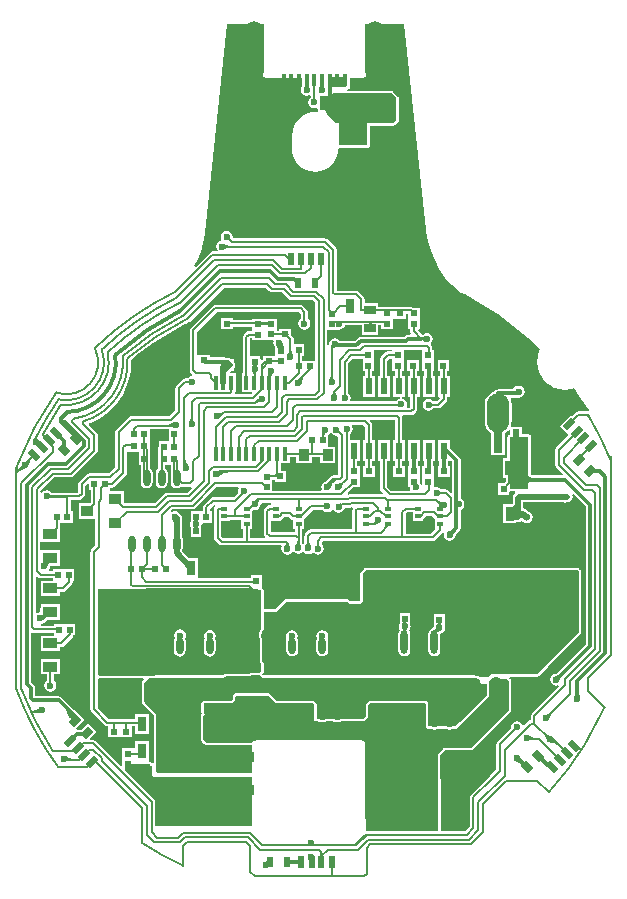
<source format=gtl>
%FSLAX25Y25*%
%MOIN*%
G70*
G01*
G75*
G04 Layer_Physical_Order=1*
G04 Layer_Color=255*
%ADD10C,0.00787*%
%ADD11C,0.01181*%
%ADD12C,0.01969*%
%ADD13O,0.07874X0.11811*%
%ADD14O,0.15748X0.11811*%
%ADD15R,0.03543X0.02362*%
%ADD16R,0.02362X0.01969*%
%ADD17R,0.04921X0.02756*%
%ADD18R,0.02756X0.04921*%
%ADD19R,0.01969X0.02362*%
%ADD20R,0.06693X0.03543*%
%ADD21O,0.02362X0.05512*%
%ADD22R,0.03543X0.03937*%
%ADD23R,0.01575X0.04724*%
%ADD24R,0.03150X0.07874*%
%ADD25R,0.02362X0.07874*%
%ADD26O,0.07480X0.12992*%
G04:AMPARAMS|DCode=27|XSize=23.62mil|YSize=35.43mil|CornerRadius=0mil|HoleSize=0mil|Usage=FLASHONLY|Rotation=135.000|XOffset=0mil|YOffset=0mil|HoleType=Round|Shape=Rectangle|*
%AMROTATEDRECTD27*
4,1,4,0.02088,0.00418,-0.00418,-0.02088,-0.02088,-0.00418,0.00418,0.02088,0.02088,0.00418,0.0*
%
%ADD27ROTATEDRECTD27*%

%ADD28R,0.02362X0.03543*%
%ADD29R,0.01969X0.01575*%
%ADD30R,0.03937X0.03543*%
%ADD31R,0.01575X0.03937*%
%ADD32O,0.02362X0.07874*%
%ADD33R,0.02362X0.05512*%
%ADD34R,0.03150X0.05118*%
%ADD35R,0.03937X0.02756*%
G04:AMPARAMS|DCode=36|XSize=23.62mil|YSize=35.43mil|CornerRadius=0mil|HoleSize=0mil|Usage=FLASHONLY|Rotation=225.000|XOffset=0mil|YOffset=0mil|HoleType=Round|Shape=Rectangle|*
%AMROTATEDRECTD36*
4,1,4,-0.00418,0.02088,0.02088,-0.00418,0.00418,-0.02088,-0.02088,0.00418,-0.00418,0.02088,0.0*
%
%ADD36ROTATEDRECTD36*%

%ADD37R,0.04724X0.03543*%
%ADD38R,0.03937X0.04724*%
G04:AMPARAMS|DCode=39|XSize=19.69mil|YSize=39.37mil|CornerRadius=0mil|HoleSize=0mil|Usage=FLASHONLY|Rotation=45.000|XOffset=0mil|YOffset=0mil|HoleType=Round|Shape=Rectangle|*
%AMROTATEDRECTD39*
4,1,4,0.00696,-0.02088,-0.02088,0.00696,-0.00696,0.02088,0.02088,-0.00696,0.00696,-0.02088,0.0*
%
%ADD39ROTATEDRECTD39*%

G04:AMPARAMS|DCode=40|XSize=19.69mil|YSize=39.37mil|CornerRadius=0mil|HoleSize=0mil|Usage=FLASHONLY|Rotation=135.000|XOffset=0mil|YOffset=0mil|HoleType=Round|Shape=Rectangle|*
%AMROTATEDRECTD40*
4,1,4,0.02088,0.00696,-0.00696,-0.02088,-0.02088,-0.00696,0.00696,0.02088,0.02088,0.00696,0.0*
%
%ADD40ROTATEDRECTD40*%

%ADD41R,0.01969X0.03937*%
%ADD42C,0.07874*%
%ADD43C,0.03937*%
%ADD44C,0.05906*%
%ADD45C,0.04724*%
%ADD46C,0.11811*%
%ADD47R,0.09645X0.14900*%
%ADD48R,0.29300X0.12570*%
%ADD49R,0.06400X0.17200*%
%ADD50R,0.19291X0.03830*%
%ADD51R,0.05906X0.13780*%
%ADD52R,0.08661X0.14173*%
%ADD53R,0.05512X0.13780*%
%ADD54R,0.14567X0.16142*%
%ADD55R,0.15182X0.11426*%
%ADD56R,0.05300X0.03507*%
%ADD57R,0.24200X0.17200*%
%ADD58O,0.05906X0.07874*%
%ADD59C,0.02362*%
G36*
X32375Y21659D02*
Y19100D01*
X35918D01*
Y19861D01*
X36805Y20747D01*
X38968D01*
X39855Y19861D01*
Y19100D01*
Y16541D01*
X39855Y16541D01*
X39855D01*
X39967Y16270D01*
X38526Y14829D01*
X30204D01*
Y21592D01*
X30642Y22030D01*
X32375D01*
Y21659D01*
D02*
G37*
G36*
X-24712Y19100D02*
Y16541D01*
X-24144D01*
Y13404D01*
X-30801D01*
X-31382Y13985D01*
Y19100D01*
X-28649D01*
Y19471D01*
X-24712D01*
Y19100D01*
D02*
G37*
G36*
X-8314Y19823D02*
X-8314Y19823D01*
X-7924Y19562D01*
X-7463Y19471D01*
X-7389D01*
Y19100D01*
Y16541D01*
X-6822D01*
Y15304D01*
X-14615D01*
X-14663Y15351D01*
X-14796Y15440D01*
Y19100D01*
X-11326D01*
Y19653D01*
X-11071Y19823D01*
X-10524Y20371D01*
X-8862D01*
X-8314Y19823D01*
D02*
G37*
G36*
X12467Y23340D02*
X12373Y23200D01*
X12282Y22739D01*
X12282Y22739D01*
Y16404D01*
X-1400D01*
X-1861Y16313D01*
X-2017Y16208D01*
X-2252Y16051D01*
X-2252Y16051D01*
X-3351Y14952D01*
X-3613Y14561D01*
X-3704Y14100D01*
X-3704Y14100D01*
Y12142D01*
X-3711D01*
X-3704Y12094D01*
Y11659D01*
X-3754Y11540D01*
X-4043Y11512D01*
X-4413Y11847D01*
Y12378D01*
X-4406Y12436D01*
X-4413D01*
Y13289D01*
Y16541D01*
X-3846D01*
Y19100D01*
Y19827D01*
X-959Y22714D01*
X2437D01*
X2581Y22499D01*
X3232Y22064D01*
X4000Y21911D01*
X4768Y22064D01*
X5419Y22499D01*
X5590Y22755D01*
X6090D01*
X6336Y22388D01*
X6987Y21952D01*
X7755Y21800D01*
X8523Y21952D01*
X9174Y22388D01*
X9609Y23039D01*
X9713Y23559D01*
X11588D01*
X11588Y23559D01*
X12049Y23650D01*
X12113Y23694D01*
X12467Y23340D01*
D02*
G37*
G36*
X-14869Y24809D02*
X-14869D01*
X-14869Y24438D01*
X-15266D01*
X-15727Y24346D01*
X-15883Y24242D01*
X-16118Y24085D01*
X-16118Y24085D01*
X-16851Y23351D01*
X-17113Y22961D01*
X-17204Y22500D01*
X-17204Y22500D01*
Y14831D01*
X-17204Y14831D01*
X-17113Y14370D01*
X-16851Y13979D01*
X-16738Y13866D01*
X-16930Y13404D01*
X-21736D01*
Y16541D01*
X-21169D01*
Y19100D01*
Y21659D01*
Y22466D01*
X-20782Y22783D01*
X-20200Y22668D01*
X-19432Y22820D01*
X-18781Y23256D01*
X-18346Y23907D01*
X-18193Y24675D01*
X-18207Y24747D01*
X-17890Y25134D01*
X-14869D01*
Y24809D01*
D02*
G37*
G36*
X64288Y-34088D02*
X64288Y-34088D01*
X64344Y-34144D01*
X64344Y-34144D01*
X64344Y-34144D01*
X64345Y-34149D01*
X64345Y-34149D01*
X64379Y-34230D01*
X64379Y-34230D01*
X64379Y-34230D01*
X64398Y-34275D01*
X64400Y-34279D01*
X64400Y-34279D01*
X64400Y-34279D01*
Y-34358D01*
X64400Y-34358D01*
Y-43969D01*
X64391Y-44035D01*
X64391Y-44036D01*
X64378Y-44071D01*
X64378Y-44072D01*
Y-44072D01*
X64378Y-44072D01*
X64378Y-44072D01*
X64378Y-44072D01*
X64345Y-44151D01*
X64344Y-44156D01*
X64344Y-44156D01*
X64288Y-44212D01*
X64288Y-44212D01*
X61300Y-47200D01*
X61300Y-47200D01*
X61300Y-47200D01*
X58989Y-49511D01*
X52056Y-56444D01*
X52056Y-56444D01*
X52056Y-56444D01*
X52051Y-56445D01*
X52051Y-56445D01*
X51990Y-56471D01*
X51990Y-56471D01*
X51990Y-56471D01*
X51925Y-56498D01*
X51921Y-56500D01*
X51921Y-56500D01*
X51842D01*
X51842Y-56500D01*
X42854D01*
X42619Y-56735D01*
X42619Y-56735D01*
X42619Y-56735D01*
X42555Y-56800D01*
X42555Y-56800D01*
X42554Y-56800D01*
X42554Y-56800D01*
X41035Y-58319D01*
X41035Y-58319D01*
X41035Y-58319D01*
X40800Y-58554D01*
Y-58887D01*
Y-66585D01*
Y-68000D01*
Y-79200D01*
X39800Y-80200D01*
X16503D01*
Y-55072D01*
X16427Y-54688D01*
X16210Y-54363D01*
X15884Y-54145D01*
X15500Y-54069D01*
X-19933D01*
X-20086Y-54099D01*
X-20100Y-54097D01*
X-20484Y-54173D01*
X-20810Y-54390D01*
X-21027Y-54716D01*
X-21045Y-54807D01*
X-36284D01*
X-36363D01*
X-36367Y-54804D01*
X-36413Y-54785D01*
X-36413Y-54785D01*
X-36414Y-54785D01*
X-36493Y-54752D01*
X-36498Y-54751D01*
X-37249Y-54000D01*
X-37288Y-53960D01*
X-37344Y-53904D01*
X-37344Y-53904D01*
X-37345Y-53900D01*
X-37379Y-53819D01*
X-37379Y-53819D01*
X-37379Y-53818D01*
X-37398Y-53773D01*
X-37400Y-53769D01*
Y-53690D01*
X-37400Y-53690D01*
Y-45856D01*
X-37400Y-45856D01*
X-37334Y-45812D01*
X-37320Y-45798D01*
X-37291Y-45754D01*
X-37251Y-45719D01*
X-37242Y-45702D01*
X-36834Y-45634D01*
X-36638Y-45731D01*
X-36470Y-45900D01*
X-35500D01*
X-36715Y-44945D01*
Y-44945D01*
X-36715Y-44945D01*
X-36730Y-44933D01*
X-36730Y-44933D01*
Y-44933D01*
X-36762Y-44908D01*
Y-44908D01*
X-36762D01*
X-36789Y-44887D01*
X-36789D01*
X-36900Y-44800D01*
X-36900Y-44800D01*
X-36900Y-44800D01*
X-37153Y-44739D01*
X-37158Y-44712D01*
X-37176Y-44669D01*
X-37187Y-44617D01*
X-37199Y-44588D01*
D01*
X-37222Y-44520D01*
X-37248Y-44475D01*
X-37250Y-44468D01*
X-37255Y-44459D01*
X-37258Y-44444D01*
X-37268Y-44419D01*
X-37271Y-44416D01*
X-37281Y-44365D01*
X-37297Y-44325D01*
X-37300Y-44321D01*
Y-44242D01*
X-37300Y-44242D01*
Y-42700D01*
Y-42089D01*
Y-42010D01*
X-37297Y-42006D01*
X-37278Y-41959D01*
X-37278Y-41959D01*
X-37278Y-41959D01*
X-37245Y-41879D01*
X-37244Y-41875D01*
X-37125Y-41756D01*
X-37121Y-41755D01*
X-37039Y-41721D01*
X-37039D01*
X-36994Y-41703D01*
X-36990Y-41700D01*
X-36990Y-41700D01*
X-28133D01*
X-28133Y-41700D01*
X-28133Y-41700D01*
X-27800D01*
X-27035Y-40935D01*
X-27035Y-40935D01*
X-27035Y-40935D01*
X-26800Y-40700D01*
Y-40200D01*
Y-39658D01*
Y-39579D01*
X-26798Y-39575D01*
X-26778Y-39528D01*
X-26778Y-39528D01*
X-26778Y-39528D01*
X-26745Y-39449D01*
X-26744Y-39444D01*
X-26600Y-39300D01*
X-26456Y-39156D01*
D01*
X-26456Y-39156D01*
X-26451Y-39155D01*
X-26370Y-39121D01*
X-26370Y-39121D01*
X-26370Y-39121D01*
X-26325Y-39103D01*
X-26321Y-39100D01*
X-15958D01*
X-15879D01*
X-15875Y-39103D01*
X-15828Y-39122D01*
X-15828Y-39122D01*
X-15828Y-39122D01*
X-15749Y-39155D01*
X-15744Y-39156D01*
X-14200Y-40700D01*
X-13435Y-41465D01*
X-13435Y-41465D01*
X-13435Y-41465D01*
X-13200Y-41700D01*
X-1058D01*
X-979D01*
X-975Y-41702D01*
X-928Y-41722D01*
X-928Y-41722D01*
X-928Y-41722D01*
X-849Y-41755D01*
X-844Y-41756D01*
X-648Y-41952D01*
X-512Y-42088D01*
X-456Y-42144D01*
X-455Y-42149D01*
X-421Y-42231D01*
Y-42231D01*
X-403Y-42275D01*
X-400Y-42279D01*
X-400Y-42279D01*
Y-42800D01*
Y-46848D01*
Y-47495D01*
X-244Y-47651D01*
X840D01*
X919D01*
D01*
X919Y-47651D01*
X965Y-47682D01*
X984Y-47695D01*
D01*
X984Y-47695D01*
X1305Y-47910D01*
X1305Y-47910D01*
X1306Y-47910D01*
X1438Y-47998D01*
X1595Y-48030D01*
X1595Y-48030D01*
X1893Y-48089D01*
X1893D01*
X2206Y-48151D01*
X2520Y-48089D01*
X2520D01*
X2551Y-48083D01*
X2551Y-48083D01*
X2609Y-48071D01*
X2818Y-48030D01*
X2818D01*
X2974Y-47998D01*
X3107Y-47910D01*
X3107Y-47910D01*
X3131Y-47894D01*
X3317Y-47769D01*
X3494Y-47651D01*
X3494Y-47651D01*
X3494Y-47651D01*
X3573D01*
X3573Y-47651D01*
X5840D01*
X5919D01*
D01*
X5919Y-47651D01*
X5965Y-47682D01*
X5985Y-47695D01*
D01*
X5985Y-47695D01*
X6305Y-47910D01*
X6305Y-47910D01*
X6306Y-47910D01*
X6438Y-47998D01*
X6595Y-48030D01*
X6595Y-48030D01*
X6893Y-48089D01*
X6893D01*
X7206Y-48151D01*
X7519Y-48089D01*
X7519D01*
X7551Y-48083D01*
X7551Y-48083D01*
X7609Y-48071D01*
X7818Y-48030D01*
X7818D01*
X7974Y-47998D01*
X8107Y-47910D01*
X8107Y-47910D01*
X8131Y-47894D01*
X8317Y-47769D01*
X8494Y-47651D01*
X8494Y-47651D01*
X8494Y-47651D01*
X8573D01*
X8573Y-47651D01*
X16249D01*
X17300Y-46600D01*
X17600Y-46300D01*
Y-45300D01*
Y-42458D01*
Y-42379D01*
X17603Y-42375D01*
X17622Y-42328D01*
X17622Y-42328D01*
X17622Y-42328D01*
X17655Y-42249D01*
X17656Y-42244D01*
X18188Y-41712D01*
X18244Y-41656D01*
X18249Y-41655D01*
X18330Y-41621D01*
X18330Y-41621D01*
X18330Y-41621D01*
X18375Y-41603D01*
X18379Y-41600D01*
X18458D01*
X18458Y-41600D01*
X36342D01*
X36421D01*
X36425Y-41603D01*
X36472Y-41622D01*
X36472Y-41622D01*
X36472Y-41622D01*
X36551Y-41655D01*
X36556Y-41656D01*
X36700Y-41800D01*
X36788Y-41888D01*
X36788Y-41888D01*
X36844Y-41944D01*
X36846Y-41952D01*
X36863Y-41993D01*
X36880Y-42020D01*
X36880Y-42020D01*
X36800Y-42100D01*
Y-42356D01*
Y-42365D01*
Y-42997D01*
Y-49167D01*
Y-49500D01*
X37400Y-50100D01*
X37500Y-50200D01*
X38599D01*
X38600Y-50200D01*
X38707Y-50272D01*
D01*
X38840Y-50361D01*
X39608Y-50513D01*
X39921Y-50451D01*
X39921D01*
X40219Y-50392D01*
X40219D01*
X40219Y-50392D01*
X40376Y-50361D01*
X40509Y-50272D01*
X40509Y-50272D01*
X40565Y-50235D01*
X40579Y-50225D01*
X40579D01*
X40591Y-50217D01*
X40593Y-50216D01*
X40616Y-50200D01*
D01*
X40695D01*
X40695Y-50200D01*
X43599D01*
X43600Y-50200D01*
X43707Y-50272D01*
D01*
X43840Y-50361D01*
X44608Y-50513D01*
X44921Y-50451D01*
X44921D01*
X45219Y-50392D01*
X45219D01*
X45219Y-50392D01*
X45376Y-50361D01*
X45509Y-50272D01*
X45509Y-50272D01*
X45565Y-50235D01*
X45579Y-50225D01*
X45579D01*
X45591Y-50217D01*
X45593Y-50216D01*
X45616Y-50200D01*
D01*
X45695D01*
X45695Y-50200D01*
X47000D01*
X48800Y-48400D01*
X57837Y-39363D01*
Y-35300D01*
Y-34363D01*
X58400Y-33800D01*
X58500Y-33700D01*
X63900D01*
X64288Y-34088D01*
D02*
G37*
G36*
X-55207Y-62072D02*
X-55204Y-62074D01*
X-55157Y-62094D01*
X-55157Y-62094D01*
X-55156Y-62094D01*
X-55077Y-62127D01*
X-55072Y-62128D01*
X-54700Y-62500D01*
X-54500Y-62700D01*
Y-65400D01*
Y-65703D01*
X-54003Y-66200D01*
X-21103D01*
Y-82600D01*
X-53446D01*
Y-74529D01*
X-53446Y-74529D01*
X-53538Y-74068D01*
X-53799Y-73678D01*
X-53799Y-73677D01*
X-63548Y-63928D01*
Y-62276D01*
X-62558Y-62072D01*
X-55287D01*
X-55207D01*
D02*
G37*
G36*
X-18300Y-3800D02*
X-18000Y-4100D01*
Y-8100D01*
Y-16847D01*
X-18443Y-17511D01*
X-18758Y-18444D01*
X-18822Y-19426D01*
X-18633Y-20369D01*
Y-26656D01*
X-18505Y-27632D01*
X-18128Y-28542D01*
X-18000Y-28708D01*
Y-31000D01*
X-18600Y-31600D01*
X-30000D01*
X-30737Y-32337D01*
X-53050D01*
X-53872Y-32446D01*
X-54003Y-32500D01*
X-72200D01*
X-72649Y-32051D01*
Y-3749D01*
X-72400Y-3500D01*
X-21475D01*
X-21357Y-3382D01*
X-18300Y-3800D01*
D02*
G37*
G36*
X87345Y2585D02*
X87407Y2544D01*
X87695Y2256D01*
X87737Y2194D01*
X87751Y2121D01*
Y-17970D01*
X87737Y-18043D01*
X87695Y-18105D01*
X76800Y-29000D01*
X73856Y-31944D01*
X73794Y-31986D01*
X73721Y-32000D01*
X58600D01*
X57900Y-32700D01*
X57600Y-33000D01*
X54832D01*
X54807Y-32995D01*
X54755D01*
X54714Y-32963D01*
X54690Y-32952D01*
X54618Y-32896D01*
X54444Y-32763D01*
X54347Y-32723D01*
D01*
X53776Y-32486D01*
X53776Y-32486D01*
X53678Y-32446D01*
X53573Y-32432D01*
X53573D01*
X53163Y-32378D01*
X52856Y-32337D01*
X-17470D01*
X-17539Y-32324D01*
X-17579Y-32264D01*
X-17665Y-32057D01*
X-17712Y-31987D01*
X-17740Y-31918D01*
X-17432Y-31568D01*
X-17432Y-31568D01*
X-17258Y-31307D01*
X-17197Y-31000D01*
Y-28708D01*
X-17218Y-28605D01*
X-17224Y-28501D01*
X-17248Y-28453D01*
X-17258Y-28401D01*
X-17317Y-28314D01*
X-17363Y-28220D01*
X-17426Y-28137D01*
X-17722Y-27423D01*
X-17830Y-26603D01*
Y-20369D01*
X-17846Y-20291D01*
X-17846Y-20211D01*
X-18014Y-19373D01*
X-17964Y-18601D01*
X-17716Y-17868D01*
X-17332Y-17292D01*
X-17302Y-17219D01*
X-17258Y-17154D01*
X-17243Y-17076D01*
X-17212Y-17002D01*
X-17212Y-16924D01*
X-17197Y-16847D01*
Y-11100D01*
X-13200D01*
X-12200Y-10100D01*
X-9956Y-7856D01*
X-9894Y-7814D01*
X-9821Y-7800D01*
X10521D01*
X10594Y-7814D01*
X10656Y-7856D01*
X11100Y-8300D01*
Y-8700D01*
X11100Y-8700D01*
X11100Y-8700D01*
Y-9847D01*
X12447Y-8500D01*
X14467D01*
X14467Y-8500D01*
X14468Y-8500D01*
X14800D01*
X15465Y-7835D01*
X15465Y-7835D01*
X15465Y-7835D01*
X15700Y-7600D01*
Y-7400D01*
Y1521D01*
X15714Y1594D01*
X15756Y1656D01*
X16644Y2544D01*
X16706Y2585D01*
X16779Y2600D01*
X87272D01*
X87345Y2585D01*
D02*
G37*
G36*
X-18379Y-32433D02*
X-18376Y-32438D01*
X-18321Y-32572D01*
X-18277Y-32637D01*
X-18247Y-32710D01*
X-18207Y-32770D01*
D01*
X-18207Y-32770D01*
X-18151Y-32825D01*
X-18147Y-32832D01*
X-18140Y-32836D01*
X-18096Y-32880D01*
X-17986Y-32991D01*
X-17986Y-32991D01*
D01*
X-17936Y-33012D01*
X-17784Y-33075D01*
X-17777Y-33079D01*
X-17769Y-33081D01*
X-17696Y-33111D01*
X-17696D01*
D01*
X-17626Y-33125D01*
X-17547D01*
X-17470Y-33140D01*
X52803D01*
X53058Y-33174D01*
X53058D01*
D01*
X53469Y-33228D01*
X53469D01*
X53469D01*
X54039Y-33464D01*
X54039D01*
X54129Y-33533D01*
X54129Y-33533D01*
X54202Y-33589D01*
X54225Y-33600D01*
X54266Y-33632D01*
X54314Y-33655D01*
X54335Y-33672D01*
X54359Y-33683D01*
X54374Y-33687D01*
X54448Y-33737D01*
X54500Y-33747D01*
X54547Y-33770D01*
X54635Y-33776D01*
X54650Y-33782D01*
X54676Y-33787D01*
X54703D01*
X54755Y-33798D01*
X54800D01*
Y-34900D01*
X53534Y-35300D01*
X53070D01*
X52856Y-35514D01*
X53534Y-35300D01*
X57034D01*
Y-39031D01*
X48232Y-47832D01*
X48232Y-47832D01*
X46668Y-49397D01*
X45695D01*
X45695Y-49397D01*
X45616D01*
X45539Y-49413D01*
X45459Y-49413D01*
X45386Y-49443D01*
X45309Y-49458D01*
X45272Y-49483D01*
D01*
X45243Y-49502D01*
X45170Y-49532D01*
X45148Y-49548D01*
X45148D01*
X45147Y-49548D01*
X45147Y-49548D01*
D01*
X45146Y-49549D01*
X45145Y-49549D01*
X45145Y-49549D01*
X45133Y-49557D01*
X45133Y-49557D01*
X45119Y-49567D01*
X45119Y-49567D01*
X45119Y-49567D01*
X45063Y-49604D01*
X45063Y-49604D01*
X45063Y-49604D01*
X45063D01*
X44765Y-49664D01*
X44765D01*
X44451D01*
X44153Y-49604D01*
D01*
X44045Y-49532D01*
X43982Y-49506D01*
X43925Y-49466D01*
X43925Y-49466D01*
X43915Y-49464D01*
X43907Y-49458D01*
X43829Y-49443D01*
X43756Y-49413D01*
X43687D01*
X43620Y-49397D01*
X43610Y-49399D01*
X43599Y-49397D01*
X40695D01*
X40695Y-49397D01*
X40616D01*
X40539Y-49413D01*
X40459Y-49413D01*
X40387Y-49443D01*
X40309Y-49458D01*
X40272Y-49483D01*
D01*
X40243Y-49502D01*
X40170Y-49532D01*
X40148Y-49548D01*
X40148D01*
X40147Y-49548D01*
X40147Y-49548D01*
D01*
X40146Y-49549D01*
X40145Y-49549D01*
X40145Y-49549D01*
X40133Y-49557D01*
X40133Y-49557D01*
X40119Y-49567D01*
X40119Y-49567D01*
X40119Y-49567D01*
X40063Y-49604D01*
X40063Y-49604D01*
X40063Y-49604D01*
X40063D01*
X39765Y-49664D01*
X39765D01*
X39451D01*
X39153Y-49604D01*
D01*
X39045Y-49532D01*
X38982Y-49506D01*
X38925Y-49466D01*
X38925Y-49466D01*
X38915Y-49464D01*
X38907Y-49458D01*
X38829Y-49443D01*
X38756Y-49413D01*
X38687D01*
X38620Y-49397D01*
X38610Y-49399D01*
X38599Y-49397D01*
X37832D01*
X37603Y-49167D01*
Y-42997D01*
Y-42365D01*
Y-42356D01*
Y-42356D01*
X37622Y-42327D01*
X37632Y-42278D01*
X37655Y-42232D01*
X37657Y-42203D01*
X37668Y-42176D01*
X37668Y-42097D01*
X37683Y-42020D01*
X37673Y-41970D01*
X37677Y-41920D01*
X37677Y-41920D01*
X37668Y-41892D01*
Y-41863D01*
X37637Y-41790D01*
X37622Y-41712D01*
X37605Y-41686D01*
X37605Y-41686D01*
X37587Y-41645D01*
X37587Y-41645D01*
X37586Y-41637D01*
X37580Y-41628D01*
X37578Y-41623D01*
X37570Y-41613D01*
X37555Y-41591D01*
X37548Y-41574D01*
X37535Y-41554D01*
X37512Y-41498D01*
X37456Y-41442D01*
X37412Y-41376D01*
X37356Y-41320D01*
X37356Y-41320D01*
D01*
X37356Y-41320D01*
X37268Y-41232D01*
X37268Y-41232D01*
X37268Y-41232D01*
X37124Y-41088D01*
X37058Y-41044D01*
X37001Y-40988D01*
X36929Y-40958D01*
X36863Y-40914D01*
X36859Y-40913D01*
X36859Y-40913D01*
X36779Y-40880D01*
X36732Y-40861D01*
X36732D01*
X36728Y-40858D01*
X36667Y-40846D01*
X36653Y-40840D01*
X36643Y-40840D01*
X36578Y-40813D01*
X36499Y-40813D01*
X36421Y-40797D01*
X18458D01*
X18458Y-40797D01*
X18379D01*
X18302Y-40813D01*
X18223Y-40813D01*
X18150Y-40843D01*
X18072Y-40858D01*
X18068Y-40861D01*
X18068Y-40861D01*
X18023Y-40880D01*
X17942Y-40913D01*
X17937Y-40914D01*
X17871Y-40958D01*
X17798Y-40988D01*
X17742Y-41044D01*
X17676Y-41088D01*
X17621Y-41144D01*
X17620Y-41144D01*
X17620Y-41144D01*
X17088Y-41676D01*
X17044Y-41742D01*
X16988Y-41798D01*
X16958Y-41871D01*
X16914Y-41937D01*
X16913Y-41941D01*
X16913Y-41941D01*
X16880Y-42021D01*
X16861Y-42068D01*
Y-42068D01*
X16858Y-42072D01*
X16846Y-42134D01*
X16840Y-42147D01*
X16839Y-42157D01*
X16813Y-42222D01*
X16813Y-42301D01*
X16797Y-42379D01*
Y-42458D01*
Y-45300D01*
Y-45968D01*
X16732Y-46032D01*
X16732Y-46032D01*
X15916Y-46848D01*
X8573D01*
X8573Y-46848D01*
X8494D01*
X8416Y-46864D01*
X8337Y-46864D01*
X8290Y-46883D01*
X8240Y-46890D01*
X8240Y-46890D01*
X8215Y-46904D01*
X8187Y-46910D01*
X8187Y-46910D01*
X8187D01*
X8121Y-46953D01*
X8048Y-46984D01*
X7871Y-47102D01*
X7871Y-47102D01*
X7871Y-47102D01*
X7685Y-47226D01*
X7685Y-47226D01*
X7685Y-47226D01*
X7661Y-47242D01*
X7661Y-47242D01*
X7661Y-47242D01*
D01*
X7453Y-47284D01*
X7453Y-47284D01*
X7453D01*
X7395Y-47295D01*
X7394Y-47295D01*
X7363Y-47301D01*
X7050D01*
X6752Y-47242D01*
X6751Y-47242D01*
X6431Y-47028D01*
X6431Y-47028D01*
X6411Y-47015D01*
X6411Y-47015D01*
X6411Y-47014D01*
X6365Y-46984D01*
X6292Y-46953D01*
X6226Y-46910D01*
X6148Y-46894D01*
X6075Y-46864D01*
X5996Y-46864D01*
X5919Y-46848D01*
X3573D01*
X3573Y-46848D01*
X3494D01*
X3416Y-46864D01*
X3337Y-46864D01*
X3290Y-46883D01*
X3240Y-46890D01*
X3240Y-46890D01*
X3215Y-46904D01*
X3187Y-46910D01*
X3187Y-46910D01*
X3187D01*
X3121Y-46953D01*
X3048Y-46984D01*
X2871Y-47102D01*
X2871Y-47102D01*
X2871Y-47102D01*
X2685Y-47226D01*
X2685Y-47226D01*
X2685Y-47226D01*
X2661Y-47242D01*
X2661Y-47242D01*
X2661Y-47242D01*
D01*
X2453Y-47284D01*
X2453Y-47284D01*
X2453D01*
X2395Y-47295D01*
X2394Y-47295D01*
X2363Y-47301D01*
X2049D01*
X1751Y-47242D01*
X1751Y-47242D01*
X1431Y-47028D01*
X1431Y-47028D01*
X1411Y-47015D01*
X1411Y-47015D01*
X1411Y-47014D01*
X1365Y-46984D01*
X1292Y-46953D01*
X1226Y-46910D01*
X1148Y-46894D01*
X1075Y-46864D01*
X996Y-46864D01*
X919Y-46848D01*
X403D01*
Y-42800D01*
Y-42279D01*
X387Y-42202D01*
X387Y-42123D01*
X380Y-42104D01*
X379Y-42084D01*
X379Y-42084D01*
X353Y-42030D01*
X342Y-41972D01*
X339Y-41968D01*
X321Y-41923D01*
X321Y-41923D01*
X321Y-41923D01*
X321Y-41923D01*
D01*
X287Y-41841D01*
X286Y-41837D01*
X242Y-41771D01*
X212Y-41698D01*
X156Y-41642D01*
X112Y-41576D01*
X56Y-41521D01*
X-81Y-41384D01*
X-276Y-41188D01*
X-342Y-41144D01*
X-398Y-41088D01*
X-471Y-41058D01*
X-537Y-41014D01*
X-541Y-41013D01*
X-541Y-41013D01*
X-621Y-40980D01*
X-668Y-40961D01*
X-668D01*
X-672Y-40958D01*
X-734Y-40946D01*
X-747Y-40940D01*
X-757Y-40940D01*
X-822Y-40913D01*
X-901Y-40913D01*
X-979Y-40897D01*
X-12867D01*
X-12867Y-40897D01*
X-12867Y-40897D01*
X-13632Y-40132D01*
X-15176Y-38588D01*
X-15242Y-38544D01*
X-15299Y-38488D01*
X-15371Y-38458D01*
X-15437Y-38414D01*
X-15441Y-38413D01*
X-15441Y-38413D01*
X-15521Y-38380D01*
X-15568Y-38361D01*
X-15568D01*
X-15572Y-38358D01*
X-15633Y-38346D01*
X-15647Y-38340D01*
X-15657Y-38340D01*
X-15722Y-38313D01*
X-15801Y-38313D01*
X-15879Y-38297D01*
X-18207D01*
Y-38270D01*
X-26475D01*
Y-38313D01*
X-26478D01*
X-26551Y-38343D01*
X-26628Y-38358D01*
X-26632Y-38361D01*
X-26632Y-38361D01*
X-26677Y-38380D01*
X-26759Y-38413D01*
X-26759Y-38413D01*
X-26763Y-38414D01*
X-26763Y-38414D01*
X-26763D01*
X-26787Y-38430D01*
X-26815Y-38438D01*
X-26815Y-38438D01*
X-26855Y-38469D01*
X-26902Y-38489D01*
X-26958Y-38544D01*
X-27024Y-38588D01*
X-27024Y-38588D01*
X-27168Y-38732D01*
X-27168Y-38732D01*
X-27312Y-38876D01*
X-27356Y-38942D01*
X-27412Y-38998D01*
X-27442Y-39071D01*
X-27486Y-39137D01*
X-27487Y-39141D01*
X-27487Y-39141D01*
X-27520Y-39221D01*
X-27539Y-39268D01*
Y-39268D01*
X-27542Y-39272D01*
X-27554Y-39334D01*
X-27560Y-39347D01*
X-27560Y-39357D01*
X-27587Y-39422D01*
X-27587Y-39501D01*
X-27603Y-39579D01*
Y-39658D01*
Y-40200D01*
Y-40367D01*
X-27603Y-40367D01*
X-27603Y-40367D01*
X-28133Y-40897D01*
D01*
X-28133Y-40897D01*
X-36990D01*
X-37068Y-40913D01*
X-37147Y-40913D01*
X-37165Y-40920D01*
X-37185Y-40921D01*
X-37185Y-40921D01*
X-37239Y-40947D01*
X-37298Y-40958D01*
X-37301Y-40961D01*
X-37346Y-40979D01*
X-37346Y-40979D01*
X-37346Y-40979D01*
X-37346Y-40979D01*
D01*
X-37428Y-41013D01*
X-37433Y-41014D01*
X-37498Y-41058D01*
X-37571Y-41088D01*
X-37627Y-41144D01*
X-37693Y-41188D01*
X-37812Y-41307D01*
X-37856Y-41373D01*
X-37912Y-41429D01*
X-37942Y-41502D01*
X-37986Y-41567D01*
X-37987Y-41572D01*
X-37987Y-41572D01*
X-38020Y-41651D01*
X-38039Y-41699D01*
Y-41699D01*
X-38042Y-41702D01*
X-38054Y-41764D01*
X-38060Y-41778D01*
X-38060Y-41788D01*
X-38087Y-41852D01*
X-38087Y-41932D01*
X-38103Y-42010D01*
Y-42089D01*
Y-42700D01*
Y-44242D01*
X-38103Y-44242D01*
Y-44321D01*
X-38087Y-44398D01*
X-38087Y-44477D01*
X-38067Y-44526D01*
X-38058Y-44573D01*
X-38058Y-44573D01*
Y-44573D01*
X-38048Y-44598D01*
X-38042Y-44628D01*
X-38039Y-44632D01*
X-38023Y-44672D01*
X-38020Y-44675D01*
X-38011Y-44722D01*
X-38011Y-44725D01*
X-38008Y-44733D01*
X-38006Y-44736D01*
X-38000Y-44751D01*
X-37982Y-44778D01*
Y-44778D01*
X-37959Y-44846D01*
X-37951Y-44860D01*
X-37951Y-44860D01*
X-37946Y-44869D01*
X-37946Y-44869D01*
X-37940Y-44895D01*
X-37940Y-44895D01*
Y-44895D01*
X-37928Y-44925D01*
X-37928Y-44925D01*
X-37888Y-45228D01*
X-37895Y-45234D01*
X-37898Y-45240D01*
X-37902Y-45245D01*
X-37902Y-45245D01*
X-37968Y-45289D01*
X-38012Y-45354D01*
X-38067Y-45410D01*
X-38098Y-45483D01*
X-38142Y-45549D01*
X-38157Y-45627D01*
X-38187Y-45700D01*
Y-45779D01*
X-38203Y-45856D01*
Y-53690D01*
X-38203Y-53690D01*
Y-53769D01*
X-38187Y-53847D01*
X-38188Y-53926D01*
X-38157Y-53999D01*
X-38142Y-54077D01*
X-38139Y-54080D01*
X-38139Y-54080D01*
X-38120Y-54126D01*
X-38087Y-54207D01*
Y-54207D01*
X-38086Y-54212D01*
X-38042Y-54277D01*
X-38012Y-54350D01*
X-38012Y-54350D01*
X-38012Y-54350D01*
X-38011Y-54351D01*
X-37956Y-54406D01*
X-37912Y-54472D01*
X-37856Y-54528D01*
X-37856Y-54528D01*
X-37856Y-54528D01*
X-37816Y-54568D01*
X-37816Y-54568D01*
X-37065Y-55318D01*
X-36999Y-55363D01*
X-36943Y-55419D01*
X-36870Y-55449D01*
X-36805Y-55493D01*
X-36800Y-55493D01*
X-36800Y-55493D01*
X-36721Y-55526D01*
X-36674Y-55546D01*
X-36674D01*
X-36670Y-55548D01*
X-36608Y-55561D01*
X-36595Y-55567D01*
X-36585Y-55567D01*
X-36520Y-55594D01*
X-36441Y-55594D01*
X-36363Y-55610D01*
X-21103D01*
Y-64962D01*
X-52638D01*
X-53100Y-64500D01*
Y-55732D01*
Y-45300D01*
X-53335Y-45065D01*
X-53335Y-45065D01*
X-53468Y-44932D01*
X-53468Y-44932D01*
X-53534Y-44866D01*
X-53600Y-44800D01*
X-53600Y-44800D01*
X-53600Y-44800D01*
X-56888Y-41512D01*
D01*
X-56944Y-41456D01*
X-56945Y-41451D01*
X-56971Y-41390D01*
X-56971Y-41390D01*
X-56971Y-41390D01*
X-56998Y-41325D01*
X-57000Y-41321D01*
Y-41242D01*
X-57000Y-41242D01*
Y-36000D01*
Y-34858D01*
Y-34779D01*
X-56998Y-34775D01*
X-56978Y-34728D01*
X-56978Y-34728D01*
X-56978Y-34728D01*
X-56945Y-34649D01*
X-56944Y-34644D01*
X-56788Y-34488D01*
X-56633Y-34332D01*
X-56633Y-34332D01*
X-55603Y-33303D01*
X-54003D01*
X-53696Y-33242D01*
X-53662Y-33228D01*
X-52997Y-33140D01*
X-30738D01*
X-30737Y-33140D01*
X-30430Y-33079D01*
X-30170Y-32905D01*
X-30170Y-32905D01*
X-29850Y-32585D01*
X-22341D01*
X-21621Y-32491D01*
X-21410Y-32403D01*
X-18600D01*
X-18600Y-32403D01*
X-18408Y-32365D01*
D01*
X-18379Y-32433D01*
D02*
G37*
G36*
X27000Y160000D02*
Y152700D01*
X26000Y151700D01*
X6900D01*
X3900Y154700D01*
X3622Y159236D01*
X3965Y159600D01*
X4000D01*
X5900Y161500D01*
X6000Y161600D01*
X25400D01*
X27000Y160000D01*
D02*
G37*
G36*
X25615Y75599D02*
X24121D01*
X24121Y75600D01*
X23660Y75508D01*
X23269Y75247D01*
X23269Y75247D01*
X21869Y73847D01*
X21609Y73457D01*
X21517Y72996D01*
X21517Y72996D01*
Y67506D01*
X20753D01*
Y60419D01*
X24690D01*
Y67506D01*
X23925D01*
Y72497D01*
X24619Y73191D01*
X25615D01*
Y72624D01*
Y69080D01*
X26517D01*
Y67506D01*
X25753D01*
Y60419D01*
X28147D01*
X28196Y59921D01*
X27732Y59829D01*
X27081Y59394D01*
X26758Y58911D01*
X11763D01*
X11554Y59301D01*
X11707Y60069D01*
X11554Y60837D01*
X11119Y61488D01*
X10904Y61632D01*
Y71676D01*
X12419Y73191D01*
X15674D01*
Y72624D01*
Y69080D01*
X16517D01*
Y67506D01*
X15753D01*
Y60419D01*
X19690D01*
Y67506D01*
X18925D01*
Y69080D01*
X19611D01*
Y72624D01*
Y76164D01*
X25615D01*
Y75599D01*
D02*
G37*
G36*
X-15359Y95656D02*
X-14968Y95394D01*
X-14507Y95303D01*
X-11133D01*
X-8951Y93121D01*
X-8560Y92860D01*
X-8100Y92768D01*
X-871D01*
X-4Y91901D01*
Y72543D01*
X-157D01*
Y72543D01*
X-4352D01*
Y74192D01*
X-3784D01*
Y78129D01*
X-7196D01*
Y79609D01*
X-7196Y79610D01*
X-7287Y80070D01*
X-7548Y80461D01*
X-7548Y80461D01*
X-8084Y80996D01*
X-8034Y81249D01*
X-8125Y81710D01*
X-8141Y81733D01*
Y83091D01*
X-12078D01*
Y82453D01*
X-12649D01*
X-12932Y82509D01*
Y83021D01*
Y86564D01*
X-16869D01*
Y86450D01*
X-17332D01*
Y86450D01*
X-21269D01*
Y86216D01*
X-27648D01*
Y86651D01*
X-31585D01*
Y83108D01*
X-27648D01*
Y83808D01*
X-21269D01*
Y82907D01*
Y82340D01*
X-22239D01*
X-22700Y82248D01*
X-23091Y81987D01*
X-23091Y81987D01*
X-23870Y81207D01*
X-24132Y80817D01*
X-24223Y80356D01*
X-24223Y80356D01*
Y68337D01*
X-24594D01*
Y62038D01*
X-21146D01*
X-21001Y61689D01*
X-21279Y61273D01*
X-26393D01*
X-26821Y61559D01*
X-26676Y62038D01*
X-26562D01*
Y68337D01*
X-28291D01*
X-28414Y68635D01*
X-28136Y69050D01*
X-27141D01*
Y70014D01*
X-26931Y70328D01*
X-26794Y71019D01*
X-26931Y71710D01*
X-27141Y72024D01*
Y72987D01*
X-28182D01*
X-28197Y73010D01*
X-28848Y73445D01*
X-29616Y73598D01*
X-29903Y73541D01*
X-30225Y73605D01*
X-30225D01*
D01*
X-32397D01*
X-32513Y73620D01*
Y73605D01*
X-35217D01*
Y74391D01*
X-39154D01*
D01*
X-39154D01*
X-39496Y74732D01*
Y82101D01*
X-32893Y88704D01*
X-5398D01*
X-4904Y88210D01*
Y86463D01*
X-5119Y86319D01*
X-5554Y85668D01*
X-5707Y84900D01*
X-5554Y84132D01*
X-5119Y83481D01*
X-4468Y83046D01*
X-3700Y82893D01*
X-2932Y83046D01*
X-2281Y83481D01*
X-1846Y84132D01*
X-1693Y84900D01*
X-1846Y85668D01*
X-2281Y86319D01*
X-2496Y86463D01*
Y88709D01*
X-2587Y89170D01*
X-2692Y89326D01*
X-2849Y89560D01*
X-2849Y89560D01*
X-4048Y90760D01*
X-4438Y91021D01*
X-4899Y91112D01*
X-4899Y91112D01*
X-33392D01*
X-33392Y91112D01*
X-33853Y91021D01*
X-34243Y90760D01*
X-41552Y83451D01*
X-41813Y83061D01*
X-41904Y82600D01*
X-41904Y82600D01*
Y69300D01*
X-41904Y69300D01*
X-41813Y68839D01*
X-41552Y68449D01*
X-41002Y67899D01*
X-41050Y67660D01*
X-41128Y67401D01*
X-41868Y67254D01*
X-42519Y66819D01*
X-42663Y66604D01*
X-43400D01*
X-43400Y66604D01*
X-43861Y66513D01*
X-44251Y66251D01*
X-46352Y64152D01*
X-46613Y63761D01*
X-46704Y63300D01*
X-46704Y63300D01*
Y55999D01*
X-48699Y54004D01*
X-61392D01*
X-61853Y53913D01*
X-62244Y53651D01*
X-66452Y49444D01*
X-66713Y49053D01*
X-66804Y48592D01*
X-66804Y48592D01*
Y36999D01*
X-68838Y34965D01*
X-75439D01*
X-75439Y34965D01*
X-75900Y34873D01*
X-76291Y34612D01*
X-76291Y34612D01*
X-78751Y32151D01*
X-79013Y31761D01*
X-79104Y31300D01*
X-79104Y31300D01*
Y28699D01*
X-79299Y28504D01*
X-83309D01*
X-83310Y28504D01*
X-83310Y28504D01*
X-88037D01*
X-88181Y28719D01*
X-88832Y29154D01*
X-89600Y29307D01*
X-90368Y29154D01*
X-91019Y28719D01*
X-91193Y28459D01*
X-91672Y28604D01*
Y29087D01*
X-87148Y33611D01*
X-81585D01*
X-81585Y33611D01*
X-81124Y33703D01*
X-80733Y33964D01*
X-73002Y41695D01*
X-72741Y42086D01*
X-72649Y42546D01*
Y47853D01*
X-72649Y47853D01*
X-72649Y47854D01*
Y47854D01*
X-72649D01*
X-72649Y47854D01*
X-72741Y48314D01*
X-72846Y48471D01*
X-73002Y48705D01*
X-73002Y48705D01*
X-75491Y51194D01*
X-75378Y51681D01*
X-74780Y51884D01*
X-72234Y53140D01*
X-69874Y54717D01*
X-67740Y56588D01*
X-65868Y58722D01*
X-64291Y61083D01*
X-63036Y63628D01*
X-62123Y66316D01*
X-61570Y69100D01*
X-61384Y71933D01*
X-61438Y72757D01*
X-58738Y75008D01*
X-54102Y78418D01*
X-49270Y81543D01*
X-44257Y84370D01*
X-42512Y85220D01*
X-42381Y85246D01*
X-41990Y85507D01*
X-30601Y96896D01*
X-16599D01*
X-15359Y95656D01*
D02*
G37*
G36*
X30835Y86508D02*
Y82965D01*
X31501D01*
Y82295D01*
X31501Y82294D01*
X31593Y81834D01*
X31718Y81646D01*
X31483Y81205D01*
X30700D01*
X30162Y81098D01*
X29706Y80793D01*
X29457Y80544D01*
X15045D01*
X14507Y80437D01*
X14051Y80133D01*
X13088Y79169D01*
X8069D01*
X7919Y79394D01*
X7268Y79829D01*
X6500Y79982D01*
X5732Y79829D01*
X5081Y79394D01*
X4646Y78743D01*
X4493Y77975D01*
Y77975D01*
X4467Y77693D01*
X4443Y77669D01*
X4197Y77669D01*
X3979Y77735D01*
Y82843D01*
X7607D01*
Y82843D01*
X7676Y82900D01*
X7900Y82855D01*
X8668Y83008D01*
X9319Y83443D01*
X9754Y84094D01*
X9783Y84237D01*
X15481D01*
Y81075D01*
X20993D01*
Y84237D01*
X21780D01*
Y82965D01*
X25717D01*
Y86508D01*
X26111D01*
Y86508D01*
X30048D01*
Y88096D01*
X30835D01*
Y86508D01*
D02*
G37*
G36*
X-21269Y79364D02*
X-17332D01*
Y79477D01*
X-16869D01*
Y79477D01*
X-14271D01*
X-13954Y79091D01*
X-14101Y78352D01*
X-13948Y77584D01*
X-13658Y77150D01*
X-13585Y76784D01*
X-13468Y76609D01*
Y74075D01*
Y74059D01*
X-13546D01*
Y74059D01*
X-17483D01*
Y73116D01*
X-17492Y73107D01*
X-17870Y72730D01*
X-18331Y72921D01*
Y74004D01*
X-21815D01*
Y79857D01*
X-21741Y79931D01*
X-21269D01*
Y79364D01*
D02*
G37*
G36*
X-75543Y31300D02*
Y29331D01*
X-74976D01*
Y25298D01*
X-75268Y25005D01*
X-78880D01*
Y19887D01*
X-73401D01*
Y10902D01*
X-74705Y9598D01*
X-74966Y9207D01*
X-75058Y8747D01*
X-75058Y8746D01*
Y-43746D01*
X-75058Y-43746D01*
X-74966Y-44207D01*
X-74705Y-44598D01*
X-70240Y-49063D01*
X-70240Y-49063D01*
X-69849Y-49324D01*
X-69388Y-49416D01*
X-69110D01*
Y-49460D01*
X-69110D01*
Y-53004D01*
X-65173D01*
Y-53000D01*
X-65075D01*
Y-53000D01*
X-61138D01*
Y-49457D01*
D01*
Y-49457D01*
X-61097Y-49416D01*
X-60122D01*
Y-51858D01*
X-55398D01*
Y-45165D01*
X-60122D01*
Y-47008D01*
X-63160D01*
X-63160Y-47008D01*
X-63160Y-47008D01*
X-67460D01*
X-67460Y-47008D01*
X-67460Y-47008D01*
X-68889D01*
X-72649Y-43248D01*
Y-33608D01*
X-72263Y-33290D01*
X-72200Y-33303D01*
X-57392D01*
X-57346Y-33414D01*
X-57200Y-33765D01*
X-57512Y-34076D01*
X-57556Y-34142D01*
X-57612Y-34198D01*
X-57653Y-34260D01*
X-57683Y-34333D01*
X-57686Y-34337D01*
X-57687Y-34341D01*
X-57720Y-34421D01*
X-57739Y-34468D01*
X-57742Y-34472D01*
X-57743Y-34476D01*
X-57773Y-34549D01*
X-57773Y-34549D01*
D01*
D01*
X-57787Y-34622D01*
Y-34701D01*
X-57803Y-34779D01*
Y-36000D01*
Y-41321D01*
X-57787Y-41399D01*
X-57787Y-41478D01*
X-57773Y-41551D01*
Y-41551D01*
Y-41551D01*
X-57773Y-41551D01*
X-57743Y-41624D01*
X-57742Y-41628D01*
X-57739Y-41632D01*
X-57712Y-41697D01*
X-57687Y-41758D01*
X-57686Y-41763D01*
X-57683Y-41767D01*
X-57653Y-41840D01*
X-57653Y-41840D01*
X-57653Y-41840D01*
X-57653Y-41840D01*
X-57612Y-41902D01*
X-57556Y-41958D01*
X-57512Y-42024D01*
X-54168Y-45368D01*
X-54168Y-45368D01*
D01*
X-54168Y-45368D01*
X-54035Y-45500D01*
X-54035Y-45500D01*
X-53903Y-45632D01*
Y-55732D01*
Y-61509D01*
X-54365Y-61700D01*
X-54505Y-61560D01*
X-54571Y-61516D01*
X-54627Y-61460D01*
X-54688Y-61419D01*
X-54761Y-61388D01*
X-54765Y-61386D01*
X-54770Y-61385D01*
X-54849Y-61352D01*
X-54896Y-61332D01*
X-54900Y-61330D01*
X-54905Y-61329D01*
X-54978Y-61299D01*
X-54978Y-61299D01*
D01*
D01*
X-55051Y-61284D01*
X-55130D01*
X-55207Y-61269D01*
X-55398D01*
Y-60874D01*
X-55398D01*
Y-54181D01*
X-60122D01*
Y-56757D01*
X-60491D01*
Y-56757D01*
X-64428D01*
Y-60300D01*
Y-62395D01*
X-64890Y-62586D01*
X-72596Y-54880D01*
X-72636Y-54853D01*
X-72658Y-54839D01*
X-73348Y-54149D01*
X-73739Y-53887D01*
X-74200Y-53796D01*
X-74200Y-53796D01*
X-75036D01*
X-75227Y-53334D01*
X-75043Y-53150D01*
X-74809Y-52993D01*
X-74809Y-52994D01*
X-74809Y-52993D01*
X-74658Y-52842D01*
X-74501Y-52608D01*
X-73024Y-51131D01*
X-75808Y-48347D01*
X-78056Y-50595D01*
X-79630D01*
X-79646Y-50558D01*
X-79745Y-50057D01*
X-76922Y-47234D01*
X-79583Y-44573D01*
X-79781Y-44276D01*
X-80432Y-43841D01*
X-80607Y-43807D01*
X-81525Y-42888D01*
X-81560Y-42843D01*
X-81565Y-42848D01*
X-84644Y-39770D01*
X-85099Y-39465D01*
X-85637Y-39358D01*
X-93410D01*
Y-36508D01*
X-93516Y-35970D01*
X-93821Y-35515D01*
X-94818Y-34518D01*
Y-18213D01*
X-94376Y-17977D01*
X-94136Y-18138D01*
X-93675Y-18229D01*
X-93675Y-18229D01*
X-87143D01*
Y-19092D01*
D01*
Y-19092D01*
X-87155Y-19104D01*
X-91574D01*
Y-24222D01*
X-85275D01*
Y-22867D01*
X-84763D01*
X-84763Y-22867D01*
X-84302Y-22776D01*
X-83912Y-22514D01*
X-80977Y-19580D01*
X-80977Y-19580D01*
X-80716Y-19189D01*
X-80696Y-19092D01*
X-80057D01*
Y-15155D01*
X-87143D01*
Y-15821D01*
X-91430D01*
X-91479Y-15323D01*
X-91132Y-15254D01*
X-90481Y-14819D01*
X-90313Y-14568D01*
X-90251Y-14542D01*
X-90103Y-14513D01*
X-89712Y-14252D01*
X-89280Y-13820D01*
X-85275D01*
Y-8702D01*
X-91574D01*
Y-9492D01*
X-91676Y-10266D01*
X-91900Y-11393D01*
X-92668Y-11546D01*
X-92806Y-11638D01*
X-93247Y-11402D01*
Y514D01*
X-92785Y706D01*
X-92404Y325D01*
X-92013Y64D01*
X-91552Y-28D01*
X-87443D01*
Y-792D01*
D01*
Y-792D01*
X-87479Y-828D01*
X-91574D01*
Y-5946D01*
X-85275D01*
Y-4591D01*
X-84187D01*
X-84187Y-4591D01*
X-83726Y-4499D01*
X-83335Y-4238D01*
X-81277Y-2180D01*
X-81277Y-2180D01*
X-81120Y-1946D01*
X-81016Y-1789D01*
X-80924Y-1328D01*
Y-792D01*
X-80357D01*
Y3145D01*
X-87443D01*
Y2381D01*
X-88718D01*
X-88954Y2822D01*
X-88546Y3432D01*
X-88397Y4180D01*
X-85275D01*
Y9298D01*
X-91574D01*
D01*
X-91574D01*
X-91672Y9396D01*
Y12054D01*
X-91574D01*
Y12054D01*
X-85275D01*
Y16132D01*
X-85227Y16204D01*
X-85159Y16305D01*
X-85159Y16305D01*
X-85159Y16305D01*
X-85067Y16766D01*
X-85067Y16766D01*
Y18408D01*
X-80957D01*
Y22345D01*
X-81524D01*
Y26096D01*
X-78800D01*
X-78800Y26096D01*
X-78339Y26187D01*
X-77948Y26449D01*
X-77048Y27349D01*
X-77048Y27349D01*
X-76787Y27739D01*
X-76696Y28200D01*
Y30801D01*
X-76005Y31492D01*
X-75543Y31300D01*
D02*
G37*
G36*
X5581Y48093D02*
X6232Y47657D01*
X7000Y47505D01*
X7193Y47543D01*
X7580Y47226D01*
Y34279D01*
X6700D01*
X6700Y34279D01*
X6670Y34273D01*
X6639Y34279D01*
X6639Y34279D01*
X5900D01*
X5900Y34279D01*
X5439Y34187D01*
X5049Y33926D01*
X5034Y33940D01*
X5033Y33938D01*
X5033Y33938D01*
X4942Y33820D01*
X3710Y32588D01*
X3710Y32588D01*
X3707Y32590D01*
X3691Y32569D01*
X3381Y32259D01*
X3232Y32229D01*
X2581Y31794D01*
X2146Y31143D01*
X1993Y30375D01*
X2146Y29607D01*
X2148Y29603D01*
X1912Y29162D01*
X-14332D01*
Y32075D01*
Y32758D01*
X-13654D01*
Y32190D01*
X-9717D01*
Y35734D01*
X-11578D01*
Y38416D01*
X-8649D01*
Y40361D01*
X-6396D01*
Y38343D01*
X-1278D01*
Y40361D01*
X1478D01*
Y38343D01*
X6596D01*
Y43855D01*
X4143D01*
Y44006D01*
X4143D01*
Y47738D01*
X4619Y48056D01*
X4862Y48419D01*
X5362D01*
X5581Y48093D01*
D02*
G37*
G36*
X36867Y115952D02*
X36879Y115914D01*
X36879Y115914D01*
X36901Y115800D01*
X36869Y115757D01*
X36869D01*
X36869Y115757D01*
X36872Y115712D01*
X36872Y115712D01*
X37441Y112361D01*
D01*
Y112361D01*
Y112361D01*
X38382Y109096D01*
X39682Y105956D01*
X41326Y102981D01*
X43293Y100210D01*
X45557Y97676D01*
X48092Y95411D01*
X48131Y95384D01*
X48156Y95415D01*
X48478Y95199D01*
X48649Y95165D01*
X49690Y94658D01*
X55314Y91487D01*
X60736Y87981D01*
X65937Y84154D01*
X70897Y80021D01*
X74904Y76248D01*
X74606Y75690D01*
X74077Y73946D01*
X73898Y72133D01*
X74077Y70319D01*
X74606Y68575D01*
X75465Y66968D01*
X76621Y65559D01*
X78030Y64403D01*
X79637Y63543D01*
X81381Y63014D01*
X83195Y62836D01*
X85009Y63014D01*
X86069Y63336D01*
X87984Y60733D01*
X91049Y55992D01*
X90769Y55578D01*
X90638Y55604D01*
X90638Y55604D01*
X87662D01*
X87662Y55604D01*
X87201Y55513D01*
X86810Y55251D01*
X86810Y55251D01*
X85678Y54119D01*
X85277Y54520D01*
X81379Y50623D01*
X83885Y48118D01*
D01*
X83885D01*
X83885D01*
X83885Y48118D01*
X83885D01*
Y48118D01*
X83885Y48118D01*
D01*
D01*
X83885D01*
X83885D01*
Y48118D01*
X84036Y47966D01*
Y47466D01*
X80274Y43704D01*
X80013Y43313D01*
X79921Y42852D01*
X79921Y42852D01*
Y37848D01*
X79921Y37848D01*
X80013Y37387D01*
X80274Y36996D01*
X82502Y34768D01*
X82311Y34306D01*
X71978D01*
Y47101D01*
X71917Y47408D01*
X71743Y47668D01*
X71483Y47842D01*
X71176Y47903D01*
X68783D01*
Y50457D01*
X65445D01*
X65167Y50872D01*
X65320Y51243D01*
X65476Y52425D01*
Y57937D01*
X65320Y59119D01*
X65047Y59779D01*
X65325Y60195D01*
X67467D01*
X67700Y60149D01*
X68468Y60301D01*
X69119Y60737D01*
X69554Y61388D01*
X69707Y62156D01*
X69554Y62924D01*
X69119Y63575D01*
X68468Y64010D01*
X67700Y64163D01*
X66932Y64010D01*
X66281Y63575D01*
X65900Y63005D01*
X60909D01*
X60372Y62898D01*
X59916Y62593D01*
X59754Y62351D01*
X59728Y62348D01*
X58626Y61892D01*
X57680Y61166D01*
X56955Y60220D01*
X56498Y59119D01*
X56343Y57937D01*
Y52425D01*
X56498Y51243D01*
X56955Y50142D01*
X57680Y49196D01*
X58547Y48531D01*
Y41008D01*
X63272D01*
Y48531D01*
X64139Y49196D01*
X64373Y49501D01*
X64846Y49341D01*
Y47903D01*
X64776D01*
X64468Y47842D01*
X64208Y47668D01*
X64034Y47408D01*
X63973Y47101D01*
Y39925D01*
X62484D01*
Y33429D01*
X63445D01*
Y33035D01*
X63445Y33035D01*
X63445Y33035D01*
Y32238D01*
X62962Y31755D01*
X60925D01*
Y27818D01*
X64468D01*
Y28846D01*
X64776Y29098D01*
X66421D01*
Y29000D01*
Y28045D01*
X66227Y27915D01*
X65835Y27329D01*
X65698Y26638D01*
Y24925D01*
X65526Y24753D01*
X62583D01*
Y18257D01*
X66913D01*
Y18729D01*
X67504D01*
X68195Y18867D01*
X68503Y19072D01*
X68994Y18975D01*
X69056Y18881D01*
X69708Y18446D01*
X70476Y18294D01*
X71244Y18446D01*
X71895Y18881D01*
X72330Y19533D01*
X72483Y20301D01*
X72330Y21069D01*
X71895Y21720D01*
X71244Y22155D01*
X71159Y22172D01*
X70548Y22782D01*
X69962Y23174D01*
X69310Y23304D01*
Y24177D01*
Y25422D01*
X82318D01*
X82432Y25346D01*
X83200Y25193D01*
X83968Y25346D01*
X84037Y25392D01*
X84591Y25502D01*
X85177Y25894D01*
X85569Y26480D01*
X85706Y27171D01*
X85592Y27744D01*
X86033Y27980D01*
X90095Y23918D01*
Y-21918D01*
X80232Y-31781D01*
X80200Y-31781D01*
Y-31781D01*
X80198Y-31782D01*
X80198D01*
X80184Y-31796D01*
X79432Y-31946D01*
X78781Y-32381D01*
X78346Y-33032D01*
X78193Y-33800D01*
X78346Y-34568D01*
X78781Y-35219D01*
X79432Y-35654D01*
X80200Y-35807D01*
X80966Y-35655D01*
X81201Y-36096D01*
X72149Y-45149D01*
X71887Y-45539D01*
X71796Y-46000D01*
X71796Y-46000D01*
Y-46817D01*
X71700Y-47296D01*
X71239Y-47387D01*
X70849Y-47649D01*
X70849Y-47649D01*
X69423Y-49074D01*
X68954Y-48932D01*
X68519Y-48281D01*
X67868Y-47846D01*
X67100Y-47693D01*
X66332Y-47846D01*
X65681Y-48281D01*
X65246Y-48932D01*
X65093Y-49700D01*
X65143Y-49954D01*
X60674Y-54423D01*
X60413Y-54814D01*
X60321Y-55275D01*
X60321Y-55275D01*
Y-63720D01*
X58180Y-65860D01*
X58048Y-65948D01*
X51799Y-72198D01*
X51538Y-72589D01*
X51446Y-73050D01*
X51446Y-73050D01*
Y-82897D01*
X49953Y-84390D01*
X41877D01*
X41803Y-84300D01*
Y-67100D01*
X41742Y-66793D01*
X41603Y-66585D01*
Y-58887D01*
X41603Y-58887D01*
X41603Y-58887D01*
X43122Y-57368D01*
X43122Y-57368D01*
X43122Y-57368D01*
X43187Y-57303D01*
X43187Y-57303D01*
X43187Y-57303D01*
X51842D01*
X51842Y-57303D01*
X51921D01*
X51999Y-57287D01*
X52078Y-57287D01*
X52151Y-57257D01*
X52228Y-57242D01*
X52232Y-57239D01*
X52232Y-57239D01*
X52297Y-57212D01*
X52359Y-57187D01*
X52359Y-57187D01*
X52363Y-57186D01*
X52414Y-57152D01*
X52415Y-57152D01*
X52416Y-57150D01*
X52429Y-57142D01*
X52502Y-57111D01*
X52558Y-57056D01*
X52623Y-57012D01*
X61868Y-47768D01*
X61868Y-47768D01*
X64912Y-44724D01*
X64956Y-44658D01*
X65012Y-44602D01*
X65042Y-44529D01*
X65086Y-44463D01*
X65087Y-44459D01*
X65087Y-44459D01*
X65120Y-44379D01*
X65133Y-44346D01*
X65139Y-44320D01*
X65152Y-44296D01*
X65157Y-44260D01*
X65160Y-44253D01*
X65161Y-44229D01*
X65161Y-44227D01*
X65170Y-44204D01*
X65170Y-44204D01*
X65170Y-44192D01*
X65187Y-44139D01*
X65196Y-44073D01*
X65194Y-44041D01*
X65194Y-44039D01*
X65194Y-44035D01*
X65193Y-44020D01*
X65203Y-43969D01*
Y-34358D01*
X65203Y-34358D01*
Y-34279D01*
X65187Y-34202D01*
X65188Y-34123D01*
X65157Y-34050D01*
X65142Y-33972D01*
X65139Y-33968D01*
X65139Y-33968D01*
X65120Y-33923D01*
X65087Y-33841D01*
X65087Y-33841D01*
X65086Y-33837D01*
X65042Y-33771D01*
X65012Y-33698D01*
X64956Y-33642D01*
X64912Y-33576D01*
X64856Y-33521D01*
X64856Y-33520D01*
X64600Y-33265D01*
X64792Y-32803D01*
X73721D01*
X73799Y-32787D01*
X73878D01*
X73951Y-32773D01*
X73951Y-32773D01*
X73951D01*
X74024Y-32743D01*
X74028Y-32742D01*
X74032Y-32739D01*
X74076Y-32721D01*
X74159Y-32687D01*
X74163Y-32686D01*
X74167Y-32683D01*
X74240Y-32653D01*
X74240Y-32653D01*
X74240Y-32653D01*
X74302Y-32612D01*
X74358Y-32556D01*
X74424Y-32512D01*
X77368Y-29568D01*
X77368Y-29568D01*
X88263Y-18672D01*
X88307Y-18607D01*
X88363Y-18551D01*
X88404Y-18489D01*
X88434Y-18416D01*
X88437Y-18412D01*
X88438Y-18407D01*
X88471Y-18328D01*
X88490Y-18281D01*
X88493Y-18277D01*
X88494Y-18272D01*
X88524Y-18199D01*
X88524Y-18199D01*
X88524Y-18199D01*
X88524Y-18199D01*
X88524Y-18199D01*
Y-18199D01*
X88539Y-18126D01*
Y-18088D01*
X88554Y-17970D01*
X88554Y-17970D01*
X88554D01*
Y2121D01*
X88539Y2199D01*
X88539Y2278D01*
X88524Y2351D01*
Y2351D01*
X88524Y2351D01*
X88524Y2351D01*
X88494Y2424D01*
X88493Y2428D01*
X88490Y2432D01*
X88472Y2477D01*
X88438Y2559D01*
X88437Y2563D01*
X88435Y2567D01*
X88404Y2640D01*
X88404Y2640D01*
X88404Y2640D01*
X88404Y2640D01*
X88363Y2702D01*
X88307Y2758D01*
X88263Y2824D01*
X87975Y3112D01*
X87909Y3156D01*
X87853Y3212D01*
X87791Y3253D01*
X87718Y3283D01*
X87714Y3286D01*
X87710Y3287D01*
X87630Y3320D01*
X87583Y3339D01*
X87580Y3342D01*
X87575Y3343D01*
X87502Y3373D01*
X87502Y3373D01*
D01*
D01*
X87429Y3387D01*
X87350D01*
X87272Y3403D01*
X16779D01*
X16702Y3387D01*
X16623D01*
X16549Y3373D01*
X16549Y3373D01*
X16549D01*
X16476Y3343D01*
X16472Y3342D01*
X16468Y3339D01*
X16423Y3321D01*
X16341Y3287D01*
X16337Y3286D01*
X16333Y3283D01*
X16260Y3253D01*
X16260Y3253D01*
X16260Y3253D01*
X16198Y3212D01*
X16142Y3156D01*
X16076Y3112D01*
X15188Y2224D01*
X15144Y2158D01*
X15088Y2102D01*
X15047Y2040D01*
X15017Y1967D01*
X15014Y1963D01*
X15013Y1959D01*
X14980Y1879D01*
X14961Y1832D01*
X14958Y1828D01*
X14957Y1824D01*
X14927Y1751D01*
X14927Y1751D01*
D01*
D01*
X14913Y1678D01*
Y1599D01*
X14897Y1521D01*
Y-7267D01*
D01*
X14897Y-7267D01*
X14467Y-7697D01*
D01*
X14467Y-7697D01*
X14348D01*
Y-7681D01*
X11616D01*
X11224Y-7288D01*
X11158Y-7244D01*
X11102Y-7188D01*
X11040Y-7147D01*
X10967Y-7117D01*
X10963Y-7114D01*
X10959Y-7113D01*
X10879Y-7080D01*
X10832Y-7061D01*
X10828Y-7058D01*
X10824Y-7057D01*
X10751Y-7027D01*
X10751Y-7027D01*
D01*
D01*
X10678Y-7013D01*
X10599D01*
X10521Y-6997D01*
X-9821D01*
X-9899Y-7013D01*
X-9978D01*
X-10051Y-7027D01*
X-10051Y-7027D01*
X-10051D01*
X-10124Y-7057D01*
X-10128Y-7058D01*
X-10132Y-7061D01*
X-10176Y-7079D01*
X-10259Y-7113D01*
X-10263Y-7114D01*
X-10267Y-7117D01*
X-10340Y-7147D01*
X-10340Y-7147D01*
X-10340Y-7147D01*
X-10402Y-7188D01*
X-10458Y-7244D01*
X-10524Y-7288D01*
X-12768Y-9532D01*
X-12768Y-9532D01*
X-13533Y-10297D01*
X-17197D01*
Y-8100D01*
Y-4100D01*
X-17258Y-3793D01*
X-17432Y-3532D01*
X-17432Y-3532D01*
X-17732Y-3232D01*
X-17818Y-3175D01*
X-17895Y-3107D01*
X-17922Y-3097D01*
Y-3034D01*
X-17922D01*
Y903D01*
X-21465D01*
Y40D01*
X-39181D01*
Y40D01*
Y252D01*
X-39181Y394D01*
X-39181Y394D01*
X-39181D01*
Y6748D01*
X-42040D01*
X-44449Y9157D01*
X-44438Y9174D01*
X-44286Y9942D01*
Y13092D01*
X-44438Y13860D01*
X-44486Y13931D01*
Y19950D01*
X-44624Y20641D01*
X-44906Y21064D01*
X-44937Y21216D01*
X-45372Y21867D01*
X-46023Y22302D01*
X-46791Y22455D01*
X-47559Y22302D01*
X-47956Y22037D01*
X-48273Y22424D01*
X-47700Y22997D01*
X-40901D01*
X-40901Y22997D01*
X-40440Y23088D01*
X-40049Y23349D01*
X-32928Y30471D01*
X-25832D01*
X-25596Y30030D01*
X-25654Y29943D01*
X-25807Y29175D01*
X-25678Y28525D01*
X-27299Y26904D01*
X-34270D01*
X-34731Y26813D01*
X-35122Y26551D01*
X-37200Y24474D01*
X-37461Y24083D01*
X-37552Y23622D01*
X-37552Y23622D01*
Y22468D01*
X-41663D01*
Y19004D01*
X-41754Y18868D01*
X-41907Y18100D01*
X-41754Y17332D01*
X-41543Y17016D01*
Y13879D01*
X-38000D01*
Y17562D01*
X-37893Y18100D01*
X-37902Y18145D01*
X-37585Y18531D01*
X-34576D01*
Y22468D01*
X-35144D01*
Y23123D01*
X-34778Y23489D01*
X-33567Y24298D01*
X-33412Y24267D01*
X-33315Y24034D01*
X-33437Y23912D01*
X-33698Y23521D01*
X-33790Y23060D01*
X-33790Y23060D01*
Y13486D01*
X-33790Y13486D01*
X-33698Y13025D01*
X-33437Y12634D01*
X-32151Y11349D01*
X-32151Y11349D01*
X-31917Y11192D01*
X-31761Y11087D01*
X-31300Y10996D01*
X-22445D01*
X-22445Y10996D01*
X-22445Y10996D01*
X-11583D01*
X-11266Y10609D01*
X-11407Y9900D01*
X-11254Y9132D01*
X-10819Y8481D01*
X-10168Y8046D01*
X-9400Y7893D01*
X-8632Y8046D01*
X-7981Y8481D01*
X-7728Y8860D01*
X-7228D01*
X-7175Y8781D01*
X-6524Y8346D01*
X-5756Y8193D01*
X-4988Y8346D01*
X-4365Y8762D01*
X-3875Y8664D01*
X-3819Y8581D01*
X-3168Y8146D01*
X-2400Y7993D01*
X-1632Y8146D01*
X-981Y8581D01*
X-686D01*
X-619Y8481D01*
X32Y8046D01*
X800Y7893D01*
X1568Y8046D01*
X2219Y8481D01*
X2654Y9132D01*
X2807Y9900D01*
X2654Y10668D01*
X2219Y11319D01*
X2004Y11463D01*
Y12001D01*
X2424Y12421D01*
X39025D01*
X39025Y12421D01*
X39486Y12513D01*
X39877Y12774D01*
X42355Y15251D01*
X42796Y15016D01*
X42693Y14500D01*
X42846Y13732D01*
X43281Y13081D01*
X43932Y12646D01*
X44700Y12493D01*
X45468Y12646D01*
X46119Y13081D01*
X46554Y13732D01*
X46704Y14484D01*
X46718Y14498D01*
D01*
X46719Y14500D01*
X46719Y14500D01*
X46719Y14532D01*
X47935Y15748D01*
X48240Y16204D01*
X48347Y16742D01*
Y22696D01*
X48468Y22720D01*
X49119Y23156D01*
X49554Y23807D01*
X49707Y24575D01*
X49554Y25343D01*
X49119Y25994D01*
X48468Y26429D01*
X48347Y26453D01*
Y39433D01*
X48240Y39971D01*
X47935Y40426D01*
X44867Y43495D01*
X44863Y43499D01*
X44690Y43615D01*
Y46049D01*
X40753D01*
Y38962D01*
X41320D01*
Y37372D01*
X40756D01*
Y33828D01*
X44693D01*
Y37372D01*
X44130D01*
Y38962D01*
X44690D01*
Y39045D01*
X45151Y39236D01*
X45537Y38851D01*
Y28694D01*
X45075Y28503D01*
X44352Y29226D01*
X43961Y29487D01*
X43500Y29579D01*
X43500Y29579D01*
X42000D01*
X41872Y29771D01*
X41221Y30206D01*
X40453Y30359D01*
X39978Y30264D01*
X39591Y30582D01*
Y33844D01*
Y37387D01*
X39126D01*
Y38962D01*
X39690D01*
Y46049D01*
X35753D01*
Y38962D01*
X36316D01*
Y37387D01*
X35654D01*
Y33844D01*
Y31301D01*
X35176Y31155D01*
X34785Y31740D01*
X34768Y31751D01*
Y33844D01*
Y37387D01*
X34126D01*
Y38962D01*
X34690D01*
Y46049D01*
X30753D01*
Y38962D01*
X31316D01*
Y37387D01*
X30831D01*
Y33844D01*
Y30301D01*
X31363D01*
X31512Y29552D01*
X31303Y29162D01*
X25215D01*
X23925Y30453D01*
Y38962D01*
X24690D01*
Y46049D01*
X20753D01*
Y38962D01*
X21517D01*
Y29954D01*
X21517Y29954D01*
X21609Y29493D01*
X21869Y29102D01*
X22528Y28443D01*
X22337Y27981D01*
X11375D01*
X11375Y27981D01*
X10914Y27890D01*
X10914Y27890D01*
X10678Y28331D01*
X12648Y30301D01*
X14788D01*
Y33844D01*
Y37387D01*
X13925D01*
Y38962D01*
X14690D01*
Y46049D01*
X11563D01*
Y48059D01*
X11857Y48256D01*
X12292Y48907D01*
X12445Y49675D01*
X12292Y50443D01*
X12067Y50780D01*
X12303Y51221D01*
X15851D01*
X16517Y50555D01*
Y46049D01*
X15753D01*
Y38962D01*
X16517D01*
Y37387D01*
X15871D01*
Y33844D01*
X19808D01*
Y37387D01*
X18925D01*
Y38962D01*
X19690D01*
Y46049D01*
X18925D01*
Y51054D01*
X18834Y51515D01*
X18573Y51905D01*
X18144Y52334D01*
X18335Y52796D01*
X26517D01*
Y46439D01*
X26478Y46241D01*
Y46049D01*
X25753D01*
Y38962D01*
X26478D01*
Y37387D01*
X25812D01*
Y33844D01*
X29749D01*
Y37387D01*
X28925D01*
Y38962D01*
X29690D01*
Y46049D01*
X28925D01*
Y53479D01*
X28925Y53479D01*
X28925Y53479D01*
Y53479D01*
X28925D01*
X28925Y53479D01*
X28834Y53940D01*
X29478Y54371D01*
X31900D01*
X31900Y54371D01*
X32361Y54462D01*
X32752Y54723D01*
X33553Y55525D01*
X33553Y55525D01*
X33814Y55915D01*
X33814Y55915D01*
X33814Y55915D01*
X33906Y56376D01*
X33906Y56376D01*
Y60419D01*
X34690D01*
Y67506D01*
X33906D01*
Y69080D01*
X34571D01*
Y72624D01*
X30634D01*
Y69080D01*
X31497D01*
Y67506D01*
X30753D01*
Y60419D01*
X31497D01*
Y56875D01*
X31401Y56779D01*
X30583D01*
X30354Y57207D01*
X30507Y57975D01*
X30354Y58743D01*
X29919Y59394D01*
X29268Y59829D01*
X28804Y59921D01*
X28853Y60419D01*
X29690D01*
Y67506D01*
X28925D01*
Y69080D01*
X29552D01*
Y72624D01*
Y76164D01*
X35654D01*
Y72624D01*
Y69080D01*
X36316D01*
Y67506D01*
X35753D01*
Y60419D01*
X39690D01*
Y67506D01*
X39126D01*
Y69080D01*
X39591D01*
Y72624D01*
Y76167D01*
X38925D01*
Y76753D01*
X38925Y76753D01*
X38834Y77214D01*
X38573Y77605D01*
X38367Y77810D01*
X38416Y78308D01*
X38526Y78381D01*
X38961Y79032D01*
X39113Y79800D01*
X38961Y80568D01*
X38526Y81219D01*
X37874Y81654D01*
X37106Y81807D01*
X36338Y81654D01*
X35687Y81219D01*
X35074Y81629D01*
X34200Y82503D01*
X34391Y82965D01*
X34772D01*
Y86508D01*
Y90052D01*
X32637D01*
X32537Y90152D01*
X32146Y90413D01*
X31685Y90504D01*
X31685Y90504D01*
X20993D01*
Y91705D01*
X16404D01*
Y93000D01*
X16313Y93461D01*
X16051Y93852D01*
X14451Y95451D01*
X14061Y95713D01*
X13600Y95804D01*
X13600Y95804D01*
X7129D01*
Y109344D01*
X7129Y109344D01*
X7037Y109805D01*
X6776Y110195D01*
X6776Y110196D01*
X4045Y112926D01*
X3654Y113187D01*
X3193Y113279D01*
X3193Y113279D01*
X-27305D01*
X-27622Y113666D01*
X-27593Y113811D01*
X-27746Y114579D01*
X-28181Y115230D01*
X-28832Y115665D01*
X-29600Y115818D01*
X-30368Y115665D01*
X-31019Y115230D01*
X-31454Y114579D01*
X-31607Y113811D01*
X-31454Y113043D01*
X-31335Y112864D01*
X-31526Y112402D01*
X-31768Y112354D01*
X-32419Y111919D01*
X-32854Y111268D01*
X-33007Y110500D01*
X-32854Y109732D01*
X-32599Y109350D01*
X-32834Y108908D01*
X-34396D01*
X-34396Y108908D01*
X-34857Y108817D01*
X-35247Y108556D01*
X-35247Y108556D01*
X-39969Y103834D01*
X-40368Y104135D01*
X-39471Y105758D01*
X-38264Y108672D01*
X-37391Y111702D01*
X-37391D01*
X-37391Y111702D01*
D01*
X-36863Y114811D01*
X-36863Y114811D01*
X-36861Y114853D01*
X-36861Y114853D01*
X-36861D01*
X-36890Y114893D01*
X-36867Y115010D01*
X-36910Y115226D01*
X-29623Y184829D01*
X-17242D01*
Y168674D01*
X-17336Y168534D01*
X-17443Y167996D01*
X-17336Y167458D01*
X-17031Y167003D01*
X-16576Y166698D01*
X-16038Y166591D01*
X-4534D01*
Y163998D01*
X-4754Y163668D01*
X-4907Y162900D01*
X-4754Y162132D01*
X-4319Y161481D01*
X-3668Y161046D01*
X-2900Y160893D01*
X-2132Y161046D01*
X-2089Y161074D01*
X-1648Y160838D01*
Y160133D01*
X-1819Y160019D01*
X-2254Y159368D01*
X-2407Y158600D01*
X-2254Y157832D01*
X-1819Y157181D01*
X-1168Y156746D01*
X-400Y156593D01*
X368Y156746D01*
X781Y156525D01*
Y155690D01*
X411Y155354D01*
X-50Y155399D01*
X-1555Y155251D01*
X-3002Y154812D01*
X-4335Y154099D01*
X-5505Y153140D01*
X-6464Y151971D01*
X-7177Y150637D01*
X-7616Y149190D01*
X-7764Y147685D01*
X-7753Y147574D01*
Y143735D01*
X-7838Y143307D01*
X-7841Y143307D01*
X-7854Y143184D01*
X-7705Y141679D01*
X-7266Y140232D01*
X-6554Y138898D01*
X-5594Y137729D01*
X-4425Y136769D01*
X-3091Y136057D01*
X-1644Y135618D01*
X-139Y135469D01*
X1366Y135618D01*
X2813Y136057D01*
X4147Y136769D01*
X5316Y137729D01*
X6275Y138898D01*
X6988Y140232D01*
X7427Y141679D01*
X7536Y142792D01*
X7603Y142891D01*
X7705Y143407D01*
X7755Y143397D01*
X17400D01*
X17707Y143458D01*
X17968Y143632D01*
X18142Y143893D01*
X18203Y144200D01*
Y150897D01*
X26000D01*
X26307Y150958D01*
X26568Y151132D01*
X26568Y151132D01*
X27568Y152132D01*
X27742Y152393D01*
X27803Y152700D01*
Y160000D01*
X27742Y160307D01*
X27568Y160568D01*
X25968Y162168D01*
X25707Y162342D01*
X25400Y162403D01*
X10487D01*
X10376Y162768D01*
X10674Y163170D01*
X11411D01*
Y166591D01*
X15458D01*
X15996Y166698D01*
X16452Y167003D01*
X16756Y167458D01*
X16863Y167996D01*
X16756Y168534D01*
X16662Y168674D01*
Y184829D01*
X29657D01*
X36867Y115952D01*
D02*
G37*
G36*
X-48942Y49686D02*
X-48942D01*
X-48789Y48520D01*
Y45981D01*
D01*
Y45981D01*
X-48903Y45867D01*
X-52316D01*
Y43843D01*
X-52405Y43710D01*
X-52497Y43249D01*
X-52497Y43249D01*
Y36702D01*
X-52712Y36558D01*
X-53147Y35907D01*
X-53300Y35139D01*
Y31989D01*
X-53147Y31221D01*
X-52712Y30570D01*
X-52061Y30135D01*
X-51293Y29982D01*
X-50524Y30135D01*
X-49873Y30570D01*
X-49438Y31221D01*
X-49286Y31989D01*
Y35139D01*
X-49438Y35907D01*
X-49873Y36558D01*
X-50088Y36702D01*
Y37895D01*
X-48205D01*
Y35613D01*
X-48300Y35139D01*
Y31989D01*
X-48147Y31221D01*
X-47712Y30570D01*
X-47061Y30135D01*
X-46293Y29982D01*
X-45525Y30135D01*
X-44884Y30563D01*
X-44828Y30526D01*
X-44367Y30434D01*
X-44367Y30434D01*
X-41864D01*
X-41864Y30434D01*
X-41412Y30524D01*
X-41176Y30083D01*
X-42704Y28555D01*
X-49504D01*
X-49504Y28555D01*
X-49964Y28463D01*
X-50355Y28202D01*
X-50355Y28202D01*
X-53553Y25004D01*
X-63593D01*
X-63920Y25331D01*
Y28942D01*
X-68457D01*
Y29331D01*
X-68457D01*
Y30194D01*
X-67703D01*
X-67703Y30194D01*
X-67243Y30286D01*
X-66852Y30547D01*
X-63148Y34250D01*
X-63148Y34250D01*
X-62887Y34641D01*
X-62887Y34641D01*
X-62887Y34641D01*
X-62796Y35102D01*
X-62796Y35102D01*
Y41946D01*
X-62371D01*
Y41946D01*
X-58828D01*
Y41946D01*
X-58812D01*
Y41832D01*
X-58812D01*
Y37895D01*
X-58233D01*
Y35476D01*
X-58300Y35139D01*
Y31989D01*
X-58147Y31221D01*
X-57712Y30570D01*
X-57061Y30135D01*
X-56293Y29982D01*
X-55524Y30135D01*
X-54873Y30570D01*
X-54438Y31221D01*
X-54286Y31989D01*
Y35139D01*
X-54438Y35907D01*
X-54873Y36558D01*
X-55088Y36702D01*
Y43151D01*
X-55180Y43611D01*
X-55285Y43768D01*
X-55285Y43768D01*
Y45883D01*
X-55285D01*
Y46204D01*
X-55257Y46231D01*
X-55257D01*
Y49696D01*
X-48942D01*
Y49686D01*
D02*
G37*
%LPC*%
G36*
X31596Y-11695D02*
X28053D01*
Y-14922D01*
X27846Y-15232D01*
X27693Y-16000D01*
X27846Y-16768D01*
X28150Y-17224D01*
X27754Y-17817D01*
X27601Y-18585D01*
Y-24097D01*
X27754Y-24865D01*
X28189Y-25516D01*
X28840Y-25951D01*
X29608Y-26104D01*
X30376Y-25951D01*
X31027Y-25516D01*
X31462Y-24865D01*
X31615Y-24097D01*
Y-18585D01*
X31462Y-17817D01*
X31158Y-17361D01*
X31554Y-16768D01*
X31707Y-16000D01*
X31596Y-15442D01*
Y-11695D01*
D02*
G37*
G36*
X-85275Y-26978D02*
X-91574D01*
Y-32096D01*
X-89629D01*
Y-34253D01*
X-89819Y-34381D01*
X-90254Y-35032D01*
X-90407Y-35800D01*
X-90254Y-36568D01*
X-89819Y-37219D01*
X-89168Y-37654D01*
X-88400Y-37807D01*
X-87632Y-37654D01*
X-86981Y-37219D01*
X-86546Y-36568D01*
X-86393Y-35800D01*
X-86546Y-35032D01*
X-86981Y-34381D01*
X-87220Y-34221D01*
Y-32096D01*
X-85275D01*
Y-26978D01*
D02*
G37*
G36*
X-7900Y-17393D02*
X-8668Y-17546D01*
X-9319Y-17981D01*
X-9754Y-18632D01*
X-9907Y-19400D01*
X-9754Y-20168D01*
X-9671Y-20293D01*
X-9801Y-20947D01*
Y-24097D01*
X-9648Y-24865D01*
X-9213Y-25516D01*
X-8562Y-25951D01*
X-7794Y-26104D01*
X-7026Y-25951D01*
X-6374Y-25516D01*
X-5939Y-24865D01*
X-5787Y-24097D01*
Y-20947D01*
X-5939Y-20179D01*
X-6023Y-20054D01*
X-5893Y-19400D01*
X-6046Y-18632D01*
X-6481Y-17981D01*
X-7132Y-17546D01*
X-7900Y-17393D01*
D02*
G37*
G36*
X2300D02*
X1532Y-17546D01*
X881Y-17981D01*
X446Y-18632D01*
X293Y-19400D01*
X426Y-20068D01*
X352Y-20179D01*
X199Y-20947D01*
Y-24097D01*
X352Y-24865D01*
X787Y-25516D01*
X1438Y-25951D01*
X2206Y-26104D01*
X2974Y-25951D01*
X3625Y-25516D01*
X4061Y-24865D01*
X4213Y-24097D01*
Y-20947D01*
X4080Y-20279D01*
X4154Y-20168D01*
X4307Y-19400D01*
X4154Y-18632D01*
X3719Y-17981D01*
X3068Y-17546D01*
X2300Y-17393D01*
D02*
G37*
G36*
X44611Y72624D02*
X40674D01*
Y69080D01*
X41517D01*
Y67506D01*
X40753D01*
Y60419D01*
X41195D01*
X41387Y59957D01*
X40409Y58979D01*
X39263D01*
X39119Y59194D01*
X38468Y59629D01*
X37700Y59782D01*
X36932Y59629D01*
X36281Y59194D01*
X35846Y58543D01*
X35693Y57775D01*
X35846Y57007D01*
X36281Y56356D01*
X36932Y55920D01*
X37700Y55768D01*
X38468Y55920D01*
X39119Y56356D01*
X39263Y56571D01*
X40907D01*
X40908Y56571D01*
X41368Y56662D01*
X41759Y56923D01*
X43573Y58737D01*
X43573Y58737D01*
X43834Y59127D01*
X43834Y59127D01*
X43834Y59127D01*
X43925Y59588D01*
X43925Y59588D01*
Y60419D01*
X44690D01*
Y67506D01*
X43925D01*
Y69080D01*
X44611D01*
Y72624D01*
D02*
G37*
G36*
X43013Y-12089D02*
X39470D01*
Y-15666D01*
X39387Y-15790D01*
X39235Y-16558D01*
X39253Y-16649D01*
X38840Y-16731D01*
X38189Y-17166D01*
X37754Y-17817D01*
X37601Y-18585D01*
Y-24097D01*
X37754Y-24865D01*
X38189Y-25516D01*
X38840Y-25951D01*
X39608Y-26104D01*
X40376Y-25951D01*
X41027Y-25516D01*
X41462Y-24865D01*
X41615Y-24097D01*
Y-18585D01*
X41597Y-18495D01*
X42010Y-18413D01*
X42661Y-17977D01*
X43096Y-17326D01*
X43249Y-16558D01*
X43096Y-15790D01*
X43013Y-15666D01*
Y-12089D01*
D02*
G37*
G36*
X-45100Y-17093D02*
X-45868Y-17246D01*
X-46519Y-17681D01*
X-46954Y-18332D01*
X-47107Y-19100D01*
X-46954Y-19868D01*
X-46898Y-19952D01*
X-47049Y-20179D01*
X-47202Y-20947D01*
Y-24097D01*
X-47049Y-24865D01*
X-46615Y-25516D01*
X-45963Y-25951D01*
X-45195Y-26104D01*
X-44427Y-25951D01*
X-43776Y-25516D01*
X-43341Y-24865D01*
X-43188Y-24097D01*
Y-20947D01*
X-43341Y-20179D01*
X-43397Y-20095D01*
X-43246Y-19868D01*
X-43093Y-19100D01*
X-43246Y-18332D01*
X-43681Y-17681D01*
X-44332Y-17246D01*
X-45100Y-17093D01*
D02*
G37*
G36*
X-35195Y-17193D02*
X-35963Y-17346D01*
X-36615Y-17781D01*
X-37050Y-18432D01*
X-37202Y-19200D01*
X-37050Y-19968D01*
X-36979Y-20074D01*
X-37050Y-20179D01*
X-37202Y-20947D01*
Y-24097D01*
X-37050Y-24865D01*
X-36615Y-25516D01*
X-35963Y-25951D01*
X-35195Y-26104D01*
X-34427Y-25951D01*
X-33776Y-25516D01*
X-33341Y-24865D01*
X-33188Y-24097D01*
Y-20947D01*
X-33341Y-20179D01*
X-33411Y-20074D01*
X-33341Y-19968D01*
X-33188Y-19200D01*
X-33341Y-18432D01*
X-33776Y-17781D01*
X-34427Y-17346D01*
X-35195Y-17193D01*
D02*
G37*
%LPD*%
D10*
X-84694Y57851D02*
G03*
X-69327Y75342I1610J14082D01*
G01*
X-84935Y57824D02*
G03*
X-90791Y48104I84951J-57810D01*
G01*
X-46581Y95555D02*
G03*
X-73640Y76657I46597J-95542D01*
G01*
X-85785Y59627D02*
G03*
X-71113Y75858I2701J12306D01*
G01*
X89646Y-55658D02*
G03*
X96364Y-42997I-89629J55672D01*
G01*
X77826Y-71249D02*
G03*
X89646Y-55658I-77810J71263D01*
G01*
X77826Y-71249D02*
G03*
X89646Y-55658I-77810J71263D01*
G01*
X-85869Y59247D02*
G03*
X-93377Y46517I85885J-59234D01*
G01*
X-98038Y-36964D02*
G03*
X-87639Y-57491I98054J36777D01*
G01*
X98239Y39615D02*
G03*
X90941Y54316I-98223J-39601D01*
G01*
X-99793Y-36761D02*
G03*
X-85881Y-62805I99809J36574D01*
G01*
X-57956Y-88145D02*
G03*
X-44106Y-95830I57973J88158D01*
G01*
X-43883Y87666D02*
G03*
X-64256Y74035I43900J-87653D01*
G01*
X-42939Y86377D02*
G03*
X-62641Y73348I42955J-86364D01*
G01*
X-80474Y53216D02*
G03*
X-64303Y74029I-2610J18717D01*
G01*
X-77439Y52254D02*
G03*
X-62657Y73303I-5645J19679D01*
G01*
X-86447Y61849D02*
G03*
X-99286Y37940I86463J-61835D01*
G01*
X-99462Y37478D02*
G03*
X-99700Y36839I99478J-37464D01*
G01*
X-99286Y37940D02*
G03*
X-99462Y37478I99303J-37927D01*
G01*
X-86300Y62053D02*
G03*
X-86447Y61849I86317J-62040D01*
G01*
X-86450Y61849D02*
G03*
X-86447Y61849I3366J10083D01*
G01*
D02*
G03*
X-73482Y76493I3363J10084D01*
G01*
X-31677Y54000D02*
G03*
X-32183Y53674I0J-557D01*
G01*
Y54326D02*
G03*
X-31677Y54000I507J230D01*
G01*
X-32674Y54754D02*
G03*
X-30332Y55345I677J2256D01*
G01*
X-32900Y54000D02*
G03*
X-31264Y54412I473J1576D01*
G01*
X35205Y79800D02*
G03*
X36549Y80357I0J1901D01*
G01*
Y79243D02*
G03*
X35205Y79800I-1344J-1344D01*
G01*
X-48942Y50900D02*
G03*
X-47117Y51656I0J2582D01*
G01*
Y50543D02*
G03*
X-47980Y50900I-863J-863D01*
G01*
X-20577Y165519D02*
G03*
X-19143Y162057I4896J0D01*
G01*
X-20577Y163618D02*
G03*
X-19700Y161500I2995J0D01*
G01*
X-19143Y160943D02*
G03*
X-20577Y157481I3462J-3462D01*
G01*
X-19700Y161500D02*
G03*
X-20577Y159382I2118J-2118D01*
G01*
X-39891Y19980D02*
G03*
X-39343Y18657I1872J0D01*
G01*
X-40457Y18657D02*
G03*
X-39891Y20022I-1365J1365D01*
G01*
Y16178D02*
G03*
X-40457Y17543I-1930J0D01*
G01*
X-39343Y17543D02*
G03*
X-39891Y16220I1324J-1324D01*
G01*
X-89056Y5544D02*
G03*
X-89613Y4200I1344J-1344D01*
G01*
X-90400Y4987D02*
G03*
X-89056Y5544I0J1901D01*
G01*
X-95102Y39798D02*
G03*
X-96013Y37600I2198J-2198D01*
G01*
X-96800Y36813D02*
G03*
X-98998Y35902I0J-3108D01*
G01*
X-90564Y-13400D02*
G03*
X-91211Y-13781I0J-740D01*
G01*
Y-13018D02*
G03*
X-90564Y-13400I647J359D01*
G01*
X-91870Y-12613D02*
G03*
X-88424Y-11261I173J4625D01*
G01*
X-91900Y-13400D02*
G03*
X-89701Y-12537I111J2952D01*
G01*
X-94210Y-44501D02*
G03*
X-91657Y-43443I0J3611D01*
G01*
X-92309Y-44501D02*
G03*
X-91100Y-44000I0J1710D01*
G01*
X-29099Y110500D02*
G03*
X-30443Y109943I0J-1901D01*
G01*
Y111057D02*
G03*
X-29099Y110500I1344J1344D01*
G01*
X-2959Y164944D02*
G03*
X-2343Y163457I2103J0D01*
G01*
X-3457D02*
G03*
X-2959Y164658I-1202J1202D01*
G01*
X2159D02*
G03*
X2657Y163457I1699J0D01*
G01*
X1543D02*
G03*
X2159Y164944I-1487J1487D01*
G01*
X-2500Y12142D02*
G03*
X-1843Y10557I2242J0D01*
G01*
X-2957Y10557D02*
G03*
X-2500Y11660I-1103J1103D01*
G01*
X-5617Y11766D02*
G03*
X-5199Y10757I1428J0D01*
G01*
X-6313Y10757D02*
G03*
X-5617Y12436I-1679J1679D01*
G01*
X-9400Y11801D02*
G03*
X-8843Y10457I1901J0D01*
G01*
X-9957D02*
G03*
X-9400Y11801I-1344J1344D01*
G01*
X78244Y-45356D02*
G03*
X77687Y-46700I1344J-1344D01*
G01*
X76900Y-45913D02*
G03*
X78244Y-45356I0J1901D01*
G01*
X71544Y-53600D02*
G03*
X70947Y-53847I0J-844D01*
G01*
X70947Y-52734D02*
G03*
X73039Y-53600I2091J2091D01*
G01*
X-1175Y-94749D02*
G03*
X-1914Y-93622I-1229J0D01*
G01*
X76756Y-52256D02*
G03*
X78100Y-52813I1344J1344D01*
G01*
X77313Y-53600D02*
G03*
X76756Y-52256I-1901J0D01*
G01*
X81000Y-55589D02*
G03*
X78100Y-54387I-2900J-2900D01*
G01*
X79656Y-54244D02*
G03*
X78100Y-53600I-1556J-1556D01*
G01*
X-83343Y-59543D02*
G03*
X-80773Y-60608I2570J2570D01*
G01*
X-83900Y-60100D02*
G03*
X-82674Y-60608I1226J1226D01*
G01*
X-19046Y26338D02*
G03*
X-19439Y24877I1072J-1072D01*
G01*
X-20300Y71676D02*
G03*
X-19743Y70332I1901J0D01*
G01*
X-20857D02*
G03*
X-20300Y71676I-1344J1344D01*
G01*
Y67874D02*
G03*
X-20857Y69218I-1901J0D01*
G01*
X-19743D02*
G03*
X-20300Y67874I1344J-1344D01*
G01*
X-32075Y35600D02*
G03*
X-32247Y34906I490J-490D01*
G01*
X-32769Y35427D02*
G03*
X-32075Y35600I204J663D01*
G01*
X-28865Y35600D02*
G03*
X-32443Y34118I0J-5060D01*
G01*
X-30766Y35600D02*
G03*
X-33000Y34675I0J-3159D01*
G01*
X-14343Y68618D02*
G03*
X-15342Y66207I2411J-2411D01*
G01*
X6300Y61976D02*
G03*
X6857Y60632I1901J0D01*
G01*
X5743D02*
G03*
X6300Y61976I-1344J1344D01*
G01*
X-41300Y53176D02*
G03*
X-40743Y51832I1901J0D01*
G01*
X-41857D02*
G03*
X-41300Y53176I-1344J1344D01*
G01*
X-43800Y40224D02*
G03*
X-42643Y37432I3949J0D01*
G01*
X-43800Y38323D02*
G03*
X-43200Y36875I2049J0D01*
G01*
X-18106Y58917D02*
G03*
X-20106Y58494I-675J-1747D01*
G01*
X-17822Y59651D02*
G03*
X-19251Y59349I-483J-1248D01*
G01*
X-29056Y18116D02*
G03*
X-27237Y18869I0J2573D01*
G01*
X-27237Y17756D02*
G03*
X-28106Y18116I-869J-869D01*
G01*
X19801Y18116D02*
G03*
X20198Y19222I-974J974D01*
G01*
X20907Y18513D02*
G03*
X19801Y18116I-132J-1371D01*
G01*
X36509D02*
G03*
X36906Y19222I-974J974D01*
G01*
X37615Y18513D02*
G03*
X36509Y18116I-132J-1371D01*
G01*
X32701Y31379D02*
G03*
X33361Y31108I654J654D01*
G01*
X32740Y30798D02*
G03*
X32701Y31379I-351J268D01*
G01*
X32701Y32072D02*
G03*
X33512Y31094I995J0D01*
G01*
X8711Y24763D02*
G03*
X8514Y24016I543J-543D01*
G01*
X7964Y24566D02*
G03*
X8711Y24763I204J740D01*
G01*
X5900Y33075D02*
G03*
X4787Y30377I2686J-2686D01*
G01*
X4561Y31736D02*
G03*
X4000Y30375I1356J-1356D01*
G01*
X5344Y31719D02*
G03*
X4787Y30375I1344J-1344D01*
G01*
X4000Y31162D02*
G03*
X5344Y31719I0J1901D01*
G01*
X5387Y31822D02*
G03*
X4787Y30375I1448J-1448D01*
G01*
X4000Y31162D02*
G03*
X5241Y31676I0J1755D01*
G01*
X8923Y31619D02*
G03*
X8366Y30275I1344J-1344D01*
G01*
X7579Y31062D02*
G03*
X8923Y31619I0J1901D01*
G01*
X-8400Y75776D02*
G03*
X-7843Y74432I1901J0D01*
G01*
X-8957D02*
G03*
X-8400Y75776I-1344J1344D01*
G01*
X68477Y32901D02*
G03*
X69821Y33457I0J1901D01*
G01*
Y32344D02*
G03*
X68477Y32901I-1344J-1344D01*
G01*
X2372Y47747D02*
G03*
X2528Y49064I-758J758D01*
G01*
X5400Y67176D02*
G03*
X5957Y65832I1901J0D01*
G01*
X4843D02*
G03*
X5400Y67176I-1344J1344D01*
G01*
X-3578Y68197D02*
G03*
X-4913Y64975I3222J-3222D01*
G01*
X-4922Y66853D02*
G03*
X-5700Y64975I1878J-1878D01*
G01*
X5400Y76875D02*
G03*
X5722Y77856I-808J808D01*
G01*
X6381Y77196D02*
G03*
X5400Y76875I-173J-1130D01*
G01*
X41680Y23234D02*
G03*
X41949Y24121I-695J695D01*
G01*
X42567Y23503D02*
G03*
X41680Y23234I-192J-963D01*
G01*
X40249Y25990D02*
G03*
X42678Y25061I2254J2254D01*
G01*
X41495Y24744D02*
G03*
X42721Y24275I1138J1138D01*
G01*
X-10910Y18116D02*
G03*
X-10656Y18976I-664J664D01*
G01*
X-10050Y18370D02*
G03*
X-10910Y18116I-196J-918D01*
G01*
X-13097Y18116D02*
G03*
X-10560Y19547I0J2965D01*
G01*
X-11702Y18116D02*
G03*
X-9886Y19140I0J2122D01*
G01*
X53919Y39911D02*
G03*
X55004Y42531I-2620J2620D01*
G01*
X54476Y39354D02*
G03*
X55004Y40630I-1276J1276D01*
G01*
Y36178D02*
G03*
X53919Y38797I-3705J0D01*
G01*
X55004Y38079D02*
G03*
X54476Y39354I-1804J0D01*
G01*
X54127Y35285D02*
G03*
X55004Y37401I-2116J2116D01*
G01*
Y32055D02*
G03*
X54127Y34172I-2993J0D01*
G01*
X54443Y32223D02*
G03*
X54775Y32910I-232J536D01*
G01*
X55004Y32802D02*
G03*
X55312Y32057I1053J0D01*
G01*
X54199Y32057D02*
G03*
X55004Y34001I-1944J1944D01*
G01*
Y29000D02*
G03*
X54199Y30944I-2749J0D01*
G01*
X55312Y30944D02*
G03*
X55004Y30200I744J-744D01*
G01*
Y27000D02*
G03*
X54447Y28344I-1901J0D01*
G01*
X55561D02*
G03*
X55004Y27000I1344J-1344D01*
G01*
X54647Y30332D02*
G03*
X55278Y29639I986J264D01*
G01*
X54426Y29435D02*
G03*
X54647Y30332I-702J649D01*
G01*
X55004Y30802D02*
G03*
X55561Y29458I1901J0D01*
G01*
X54447D02*
G03*
X55004Y30802I-1344J1344D01*
G01*
X-35195Y-21101D02*
G03*
X-35752Y-19757I-1901J0D01*
G01*
X-34639D02*
G03*
X-35195Y-21101I1344J-1344D01*
G01*
X-45195Y-20771D02*
G03*
X-45657Y-19657I-1576J0D01*
G01*
X-44543Y-19657D02*
G03*
X-45195Y-21231I1574J-1574D01*
G01*
X41242Y-14657D02*
G03*
X41798Y-16002I1901J0D01*
G01*
X40685D02*
G03*
X41242Y-14657I-1344J1344D01*
G01*
X39898Y-17902D02*
G03*
X40454Y-16558I-1344J1344D01*
G01*
X41242Y-17346D02*
G03*
X39898Y-17902I0J-1901D01*
G01*
X29608Y-13877D02*
G03*
X30257Y-15443I2215J0D01*
G01*
X29143Y-15443D02*
G03*
X29608Y-14321I-1122J1122D01*
G01*
Y-17679D02*
G03*
X29143Y-16557I-1586J0D01*
G01*
X30257Y-16557D02*
G03*
X29608Y-18123I1567J-1567D01*
G01*
X-46446Y93427D02*
G03*
X-71353Y76114I46463J-93414D01*
G01*
X-44858Y92015D02*
G03*
X-69313Y75323I44875J-92001D01*
G01*
X-244Y98500D02*
X1918Y100662D01*
Y106500D01*
X-90791Y47718D02*
Y48104D01*
Y47718D02*
X-88986Y45914D01*
X-91642Y44782D02*
X-91514D01*
X-3334Y101625D02*
X-1625Y103334D01*
Y106500D01*
X-4972Y103200D02*
X-4775Y103397D01*
Y106500D01*
X52445Y72797D02*
X55004Y70238D01*
X40038Y85203D02*
X52445Y72797D01*
X27000Y98200D02*
Y99500D01*
X-20577Y135277D02*
Y167107D01*
X55004Y45732D02*
Y70238D01*
X21900Y126000D02*
X27000Y120900D01*
X-11300Y126000D02*
X21900D01*
X-20577Y135277D02*
X-11300Y126000D01*
X55004Y24556D02*
Y28901D01*
X87194Y-56772D02*
X88532D01*
X96233Y-42997D02*
X96364D01*
X90700Y-37463D02*
Y-33400D01*
Y-37463D02*
X96233Y-42997D01*
X86219Y-55797D02*
X87194Y-56772D01*
X73800Y-67500D02*
X77688Y-71388D01*
X63600Y-67500D02*
X73800D01*
X55800Y-75300D02*
X63600Y-67500D01*
X55800Y-84700D02*
Y-75300D01*
X5500Y-99400D02*
Y-95493D01*
X-21700Y-97800D02*
X-20100Y-99400D01*
X-21700Y-97800D02*
Y-89400D01*
X-23100Y-88000D02*
X-21700Y-89400D01*
X-42800Y-88000D02*
X-23100D01*
X-44100Y-89300D02*
X-42800Y-88000D01*
X-44100Y-95900D02*
Y-89300D01*
X-61500Y3002D02*
X-61487Y3014D01*
X-61500Y-2100D02*
Y3002D01*
Y-2100D02*
X-60861Y-2739D01*
X-22000D01*
X-21357Y-6971D02*
Y-3382D01*
X-22000Y-2739D02*
X-21357Y-3382D01*
X39608Y-21341D02*
Y-18192D01*
X41242Y-16558D01*
Y-13959D01*
X29608Y-13762D02*
X29824D01*
X-45195Y-19100D02*
X-45100D01*
X-35195Y-22522D02*
Y-19200D01*
X-5518Y156000D02*
Y165926D01*
Y156000D02*
X-5400D01*
X-61487Y11322D02*
X-61293Y11517D01*
X-61487Y3014D02*
Y11322D01*
X-10910Y18116D02*
X-9886Y19140D01*
X-13098Y18116D02*
X-10910D01*
X-7463Y20675D02*
X-5617D01*
X-8363Y21575D02*
X-7463Y20675D01*
X-11022Y21575D02*
X-8363D01*
X-11922Y20675D02*
X-11022Y21575D01*
X-13098Y20675D02*
X-11922D01*
X-18979Y45896D02*
X-6025D01*
X-20460Y44415D02*
X-18979Y45896D01*
X-20460Y41565D02*
Y44415D01*
X-23019Y41565D02*
Y46253D01*
X-21801Y47471D01*
X-6677D01*
X-25578Y41565D02*
Y47172D01*
X-23704Y49046D01*
X-7329D01*
X-28137Y41565D02*
Y48938D01*
X-26454Y50620D01*
X-9655D01*
X-30696Y41565D02*
Y50526D01*
X-29027Y52195D01*
X-12053D01*
X-33255Y41565D02*
X-33100Y41720D01*
Y50350D01*
X-29680Y53770D01*
X-12705D01*
X55004Y24556D02*
X58055Y21505D01*
X68426Y32901D02*
X70378D01*
X64650Y36677D02*
X68426Y32901D01*
X41680Y23234D02*
X42721Y24275D01*
X41627Y23234D02*
X41680D01*
X65476Y20535D02*
Y20778D01*
X64790Y21463D02*
X65476Y20778D01*
X64748Y21505D02*
X64790Y21463D01*
X-10224Y41565D02*
X-1310D01*
X3571D01*
X4037Y41099D01*
X-1310Y41565D02*
X-1000Y41875D01*
X-1172Y42046D02*
X-1000Y41875D01*
X-1172Y42046D02*
Y46073D01*
X42721Y70832D02*
X42741Y70852D01*
X42721Y63962D02*
Y70832D01*
X22721Y63962D02*
Y72996D01*
X24121Y74395D01*
X27682D01*
X5400Y76875D02*
X6500Y77975D01*
X5400Y65275D02*
Y76875D01*
X-15342Y68463D02*
X-14430Y69375D01*
X-6300Y65475D02*
X-1928Y69846D01*
X-5800Y64975D02*
X-5700D01*
X-6300Y65475D02*
X-5800Y64975D01*
X-1928Y69846D02*
Y70476D01*
X-5556Y68519D02*
Y76161D01*
X-10224Y65187D02*
X-8888D01*
X-5556Y68519D01*
X-10109Y81319D02*
X-10039Y81249D01*
X-8400Y79610D01*
X-14802Y81249D02*
X-10039D01*
X-8400Y73875D02*
Y79610D01*
X3200Y49475D02*
X3300Y49375D01*
Y48675D02*
Y49375D01*
X2372Y47746D02*
X3300Y48675D01*
X2372Y46073D02*
Y47746D01*
X6700Y33075D02*
X8100D01*
X4000Y30375D02*
X6700Y33075D01*
X5900D02*
X6639D01*
X4000Y30435D02*
X6639Y33075D01*
X4000Y30435D02*
Y31175D01*
X5900Y33075D01*
X8100D02*
X8784Y33759D01*
Y47775D01*
X7047Y49512D02*
X8784Y47775D01*
X7000Y49512D02*
X7047D01*
X7579Y30275D02*
X10359Y33055D01*
Y49596D01*
X10438Y49675D01*
X4000Y30375D02*
Y30435D01*
X17721Y45521D02*
Y51054D01*
X-6025Y45896D02*
X-2876Y49045D01*
Y52425D01*
X16350D01*
X17721Y51054D01*
X-4450Y53596D02*
X-4047Y54000D01*
X27200D01*
X27721Y42505D02*
Y53479D01*
X27682Y35616D02*
Y46241D01*
X27200Y54000D02*
X27721Y53479D01*
X-6677Y47471D02*
X-4450Y49697D01*
Y53596D01*
X-7329Y49046D02*
X-6025Y50350D01*
Y54550D01*
X32701Y63943D02*
Y70852D01*
X-6025Y54550D02*
X-5000Y55575D01*
X31900D01*
X32701Y56376D01*
Y63943D01*
X-7600Y56575D02*
X-6468Y57707D01*
X-7600Y52675D02*
Y56575D01*
X-9655Y50620D02*
X-7600Y52675D01*
X-6468Y57707D02*
X28232D01*
X28500Y57975D01*
X37700Y57775D02*
X40908D01*
X42721Y59588D01*
Y63962D01*
X652Y59600D02*
X2775Y61722D01*
X-8808Y59600D02*
X652D01*
X-9633Y58775D02*
X-8808Y59600D01*
X-9633Y54615D02*
Y58775D01*
X-12053Y52195D02*
X-9633Y54615D01*
X-12705Y53770D02*
X-11208Y55267D01*
Y60167D01*
X-10200Y61175D01*
X0D01*
X1200Y62375D01*
X-10039Y81249D02*
X-9238D01*
X-12094Y77652D02*
Y78352D01*
Y77652D02*
X-11917Y77475D01*
X19973Y22446D02*
X21649D01*
X20811D02*
Y23543D01*
X19152Y25202D02*
X20811Y23543D01*
Y22446D02*
X21649D01*
X37721Y74395D02*
Y76753D01*
X37106Y77368D02*
X37721Y76753D01*
X32701Y63943D02*
X32721Y63962D01*
X24304Y23234D02*
Y25596D01*
X43894Y20675D02*
X45170Y21951D01*
X41627Y20675D02*
X43894D01*
X32701Y31379D02*
X33366Y30714D01*
X32701Y31379D02*
Y32072D01*
X-61293Y39253D02*
X-60584Y39962D01*
X-61293Y33564D02*
Y39253D01*
X-51293Y33564D02*
Y43249D01*
X-50545Y43997D01*
X27682Y70852D02*
X27721Y70813D01*
Y63962D02*
Y70813D01*
X17721Y70832D02*
X17741Y70852D01*
X17721Y63962D02*
Y70832D01*
X19801Y18116D02*
X20194Y18509D01*
X20982Y19297D01*
X19579Y18509D02*
X20194D01*
X20367D01*
X19186Y18116D02*
X19801D01*
X23421Y20675D02*
X24304D01*
X21649Y22446D02*
X23421Y20675D01*
X18202D02*
X19973Y22446D01*
X16824Y20675D02*
X18202D01*
X19186Y18116D02*
X19579Y18509D01*
X16824Y18116D02*
X19186D01*
X34146D02*
X36509D01*
X37690Y19297D01*
X40744Y20675D02*
X41627D01*
X39467Y21951D02*
X40744Y20675D01*
X36306Y21951D02*
X39467D01*
X35029Y20675D02*
X36306Y21951D01*
X-30421Y20675D02*
X-26877D01*
X-22940D01*
X12721Y35616D02*
X12721Y35616D01*
Y42505D01*
X17721Y35635D02*
X17741Y35616D01*
X17721Y35635D02*
Y42505D01*
X27682Y35616D02*
X27721Y35655D01*
X-30421Y18116D02*
X-27487D01*
X-27094Y18509D01*
X-26877D01*
X-26680Y18313D01*
X-47001Y43997D02*
Y47934D01*
X-47017Y47950D02*
X-47001Y47934D01*
X-46293Y33564D02*
Y39253D01*
X-47001Y39962D02*
X-46293Y39253D01*
X-28137Y62156D02*
Y65187D01*
X-28649Y61644D02*
X-28137Y62156D01*
X-20758Y60069D02*
X-17901Y62926D01*
Y65187D01*
X-15342Y58791D02*
Y65187D01*
X-17213Y56919D02*
X-15342Y58791D01*
X-12783Y56992D02*
Y65187D01*
X-14430Y55345D02*
X-12783Y56992D01*
X9700Y60069D02*
Y72175D01*
X11920Y74395D01*
X17741D01*
X27721Y35655D02*
Y41375D01*
X6300Y60075D02*
Y62117D01*
X8125Y63943D01*
X45170Y21951D02*
Y26705D01*
X43500Y28375D02*
X45170Y26705D01*
X40453Y28375D02*
X43500D01*
X37721Y29296D02*
Y32072D01*
X36384Y27958D02*
X37721Y29296D01*
X22721Y29954D02*
Y42505D01*
X40249Y25990D02*
X41627Y24612D01*
X23910Y25990D02*
X40249D01*
X23123Y26777D02*
X23910Y25990D01*
X24304Y25596D01*
X24716Y27958D02*
X36384D01*
X22721Y29954D02*
X24716Y27958D01*
X-5617Y23234D02*
Y26300D01*
X-15342Y65187D02*
Y68463D01*
X-14700Y69375D02*
X-14430D01*
X-14900Y69175D02*
X-14700Y69375D01*
X-22239Y81135D02*
X-19398D01*
X-23019Y80356D02*
X-22239Y81135D01*
X-23019Y65187D02*
Y80356D01*
X-39922Y60069D02*
X-20758D01*
X-43800Y60075D02*
X-42231Y61644D01*
X-28649D01*
X-41300Y51275D02*
Y58691D01*
X-39922Y60069D01*
X-43800Y37475D02*
X-43200Y36875D01*
X-43800Y37475D02*
Y60075D01*
X-38823Y57946D02*
X-38275Y58494D01*
X-18949Y59651D02*
X-17822D01*
X-20106Y58494D02*
X-18949Y59651D01*
X-38275Y58494D02*
X-20106D01*
X-36204Y56919D02*
X-17213D01*
X-37249Y55875D02*
X-36204Y56919D01*
X-38823Y40879D02*
Y57946D01*
X-40700Y39002D02*
X-38823Y40879D01*
X-40700Y32802D02*
Y39002D01*
X-41864Y31638D02*
X-40700Y32802D01*
X-44367Y31638D02*
X-41864D01*
X-46293Y33564D02*
X-44367Y31638D01*
X-47001Y34273D02*
Y39962D01*
Y34273D02*
X-46293Y33564D01*
X-67142Y-54775D02*
X-67110Y-54807D01*
X-67142Y-54775D02*
X-63106D01*
X-63090Y-54760D01*
X-33000Y34675D02*
X-32075Y35600D01*
X-19046D01*
X-15342Y39304D01*
Y41565D01*
X11375Y26777D02*
X23123D01*
X-16398Y33846D02*
X-16283Y33962D01*
X-13600D02*
X-11686D01*
X-16283D02*
X-13600D01*
X-12783Y34780D01*
Y38992D02*
Y41565D01*
Y34780D02*
Y38992D01*
X-16640Y72256D02*
X-16593Y72303D01*
X-17901Y70995D02*
X-16640Y72256D01*
X-17901Y65187D02*
Y69901D01*
X-15514Y72287D01*
X-17901Y69901D02*
Y70995D01*
X-16593Y72303D02*
X-11402D01*
X-20460Y65187D02*
X-20300Y65347D01*
Y75776D02*
X-15569D01*
X-15514Y75831D01*
X-20300Y69775D02*
Y72233D01*
Y65347D02*
Y69775D01*
X-26877Y20675D02*
Y22739D01*
X-17770Y31675D02*
X-16398Y30303D01*
X-19466Y84746D02*
X-19398Y84679D01*
X-19285Y84792D02*
X-14802D01*
X-19398Y84679D02*
X-19285Y84792D01*
X-14802Y81249D02*
X-14731Y81319D01*
X-13002D01*
X62697Y29787D02*
X64650Y31739D01*
Y33035D02*
X67504Y30181D01*
X64650Y31739D02*
Y33035D01*
Y36677D01*
X55004Y45732D02*
X57169Y43567D01*
X58956Y29984D02*
X59154Y29787D01*
X57169Y29984D02*
X58956D01*
X-93377Y46517D02*
X-91642Y44782D01*
X-77206Y-58913D02*
X-77087D01*
X-78900Y-60608D02*
X-77206Y-58913D01*
X-83792Y-60608D02*
X-78900D01*
X-83900Y-60500D02*
X-83792Y-60608D01*
X-83900Y-60500D02*
Y-60100D01*
X78100Y-53600D02*
X79011D01*
X83714Y-58302D01*
X98390Y-25710D02*
Y40761D01*
X90700Y-33400D02*
X98390Y-25710D01*
X87751Y40013D02*
X91819Y44081D01*
X87751Y39549D02*
Y40013D01*
X84581Y51319D02*
X87662Y54400D01*
X90638D01*
X90804Y54234D01*
X-88986Y45286D02*
Y45914D01*
Y45286D02*
X-87500Y43800D01*
Y42200D02*
Y43800D01*
X-80077Y-57450D02*
X-79314Y-56686D01*
X-87569Y-57450D02*
X-80077D01*
X-80396Y-63064D02*
X-78175D01*
X-76226D02*
X-74581Y-61419D01*
X-85622Y-63064D02*
X-80396D01*
X-76226D01*
X-85881Y-62805D02*
X-85881Y-62805D01*
X-85622Y-63064D01*
X-79314Y-56686D02*
X-77627Y-55000D01*
X-56225Y-85724D02*
X-53925Y-88025D01*
X-98125Y31575D02*
X-87500Y42200D01*
X-98125Y-36717D02*
Y31575D01*
X-99700Y35300D02*
X-99600D01*
X-99700Y35636D02*
X-99462Y35874D01*
X-99700Y-36561D02*
Y35300D01*
Y35636D01*
X-53925Y-88025D02*
X-45052D01*
X-43452Y-86425D01*
X-22448D01*
X1118Y-90500D02*
X1975Y-91357D01*
X-18373Y-90500D02*
X1118D01*
X-22448Y-86425D02*
X-18373Y-90500D01*
X-54650Y-84700D02*
X-54486D01*
X-52736Y-86450D01*
X-45704D01*
X-44105Y-84850D01*
X-21795D01*
X-17721Y-88925D01*
X-1175Y-94700D02*
Y-93150D01*
X-1600Y-92900D02*
Y-92725D01*
X-1175Y-93150D01*
X1975Y-94700D02*
Y-92625D01*
Y-91357D01*
X50451Y-85594D02*
X52650Y-83395D01*
X54225Y-74648D02*
X63100Y-65773D01*
X52650Y-73050D02*
X58900Y-66800D01*
X58944D01*
X61525Y-64219D01*
X82700Y39973D02*
X89314Y46586D01*
X82700Y38500D02*
Y39973D01*
Y38500D02*
X90200Y31000D01*
X94000D01*
X94846Y30154D01*
Y-24243D02*
Y30154D01*
X81125Y42852D02*
X87086Y48814D01*
X81125Y37848D02*
Y42852D01*
Y37848D02*
X89548Y29425D01*
X92200D01*
X93272Y28354D01*
X73000Y-48500D02*
X78100Y-53600D01*
X63100Y-65773D02*
Y-57100D01*
X71700Y-48500D01*
X73000D01*
X70451Y-53600D02*
X74557D01*
X70351Y-53500D02*
X70451Y-53600D01*
X70351Y-53500D02*
Y-53330D01*
X70390Y-53290D01*
X61525Y-55275D02*
X67100Y-49700D01*
X74557Y-53600D02*
X81486Y-60529D01*
X61525Y-64219D02*
Y-55275D01*
X76900Y-46700D02*
X84900Y-38700D01*
Y-34189D01*
X94846Y-24243D01*
X93272Y-23590D02*
Y28354D01*
X83325Y-33537D02*
X93272Y-23590D01*
X73000Y-48500D02*
Y-46000D01*
X83325Y-35675D01*
Y-33537D01*
X29608Y-21341D02*
Y-13762D01*
X-45195Y-22522D02*
Y-19100D01*
X-32412Y23234D02*
X-30421D01*
X-32586Y23060D02*
X-32412Y23234D01*
X-22940Y12695D02*
Y18116D01*
X-15266Y23234D02*
X-13098D01*
X-16000Y22500D02*
X-15266Y23234D01*
X-5756Y10200D02*
X-5617Y10339D01*
X24304Y17639D02*
Y18116D01*
X21865Y15200D02*
X24304Y17639D01*
X13500Y15200D02*
X21865D01*
X13981Y23234D02*
X16824D01*
X13486Y22739D02*
X13981Y23234D01*
X13486Y15214D02*
Y22739D01*
Y15214D02*
X13500Y15200D01*
X41627Y16227D02*
Y18116D01*
X39025Y13625D02*
X41627Y16227D01*
X-1400Y15200D02*
X13500D01*
X-2500Y14100D02*
X-1400Y15200D01*
X-2500Y10100D02*
Y14100D01*
Y10100D02*
X-2400Y10000D01*
X800Y12500D02*
X1925Y13625D01*
X800Y9900D02*
Y12500D01*
X-32586Y13486D02*
X-31300Y12200D01*
X-32586Y13486D02*
Y23060D01*
X-31300Y12200D02*
X-22445D01*
X-22940Y12695D02*
X-22445Y12200D01*
X-9700D01*
X-9400Y11900D01*
Y9900D02*
Y11900D01*
X-16000Y14831D02*
Y22500D01*
Y14831D02*
X-15569Y14400D01*
Y14445D01*
X-15514Y14500D01*
X-15114Y14100D01*
X-6429D01*
X-5617Y13289D01*
Y10339D02*
Y13289D01*
Y18116D01*
X57169Y29984D02*
Y43567D01*
X41627Y23234D02*
Y24612D01*
X-60600Y43914D02*
X-60584Y43930D01*
X-51293Y11517D02*
Y21107D01*
X-48199Y24201D01*
X-40901D01*
X-33427Y31675D01*
X-17770D01*
X-17901Y39074D02*
Y41565D01*
X-19800Y37175D02*
X-17901Y39074D01*
X-34025Y37175D02*
X-19800D01*
X-35500Y35700D02*
X-34025Y37175D01*
X-35500Y31829D02*
Y35700D01*
X-41553Y25776D02*
X-35500Y31829D01*
X-48851Y25776D02*
X-41553D01*
X-37249Y32308D02*
Y55875D01*
X-42206Y27351D02*
X-37249Y32308D01*
X-73772Y24799D02*
Y31398D01*
X-76124Y22446D02*
X-73772Y24799D01*
X-70228Y31398D02*
X-67703D01*
X-64000Y35102D01*
Y43700D01*
X-63200Y44500D01*
X-61185D01*
X-60600Y43914D01*
X-49504Y27351D02*
X-42206D01*
X-53054Y23800D02*
X-49504Y27351D01*
X-64092Y23800D02*
X-53054D01*
X-66676Y26384D02*
X-64092Y23800D01*
X-66676Y18509D02*
Y18524D01*
X-62975Y22225D01*
X-52402D01*
X-48851Y25776D01*
X55004Y28901D02*
Y45732D01*
X27000Y99500D02*
Y119506D01*
Y120900D01*
X-444Y165882D02*
X-400Y165926D01*
X-444Y158344D02*
X-400Y158300D01*
X2159Y162900D02*
Y165926D01*
X280Y95547D02*
X2775Y93052D01*
Y61722D02*
Y93052D01*
X-31000Y110500D02*
X2541D01*
X4350Y89546D02*
X5737Y88158D01*
X8296Y90717D02*
X11524D01*
X5737Y88158D02*
X8296Y90717D01*
X4350Y89546D02*
Y108692D01*
X2541Y110500D02*
X4350Y108692D01*
X-29600Y113811D02*
X-27900Y112111D01*
Y112075D02*
Y112111D01*
Y112075D02*
X3193D01*
X5924Y109344D01*
Y95176D02*
Y109344D01*
Y95176D02*
X6500Y94600D01*
X13600D01*
X15200Y93000D01*
Y89300D02*
Y93000D01*
X31685Y89300D02*
X32706Y88280D01*
X15200Y89300D02*
X31685D01*
X22945Y85442D02*
X23650Y84737D01*
X5737Y84615D02*
X6564Y85442D01*
X18800D02*
X22945D01*
X18237Y83240D02*
Y84879D01*
X18800Y85442D01*
X7900Y84862D02*
Y85442D01*
X6564D02*
X7900D01*
X18800D01*
X1200Y62375D02*
Y92400D01*
X-372Y93972D02*
X1200Y92400D01*
X-9982Y98082D02*
X-7447Y95547D01*
X280D01*
X-8100Y93972D02*
X-372D01*
X-10634Y96507D02*
X-8100Y93972D01*
X-81000Y51906D02*
X-75428Y46334D01*
Y43466D02*
Y46334D01*
X-82504Y36390D02*
X-75428Y43466D01*
X-88299Y36390D02*
X-82504D01*
X-94451Y30238D02*
X-88299Y36390D01*
X-81000Y51906D02*
Y52690D01*
X-80474Y53216D01*
X-77439Y51439D02*
X-73853Y47854D01*
Y42546D02*
Y47854D01*
X-81585Y34815D02*
X-73853Y42546D01*
X-87647Y34815D02*
X-81585D01*
X-92876Y29586D02*
X-87647Y34815D01*
X-77439Y51439D02*
Y52254D01*
X-43400Y65400D02*
X-41100D01*
X-45500Y63300D02*
X-43400Y65400D01*
X-68339Y33761D02*
X-65600Y36500D01*
X-86272Y16766D02*
Y20278D01*
X-88424Y14613D02*
X-86272Y16766D01*
X-94451Y-16249D02*
Y30238D01*
X-93675Y-17025D02*
X-85372D01*
X-94451Y-16249D02*
X-93675Y-17025D01*
X-91552Y1176D02*
X-85672D01*
X-92876Y2500D02*
X-91552Y1176D01*
X-92876Y2500D02*
Y29586D01*
X-82128Y-1328D02*
Y1176D01*
X-84187Y-3387D02*
X-82128Y-1328D01*
X-88424Y-3387D02*
X-84187D01*
X-81828Y-18728D02*
Y-17025D01*
X-84763Y-21663D02*
X-81828Y-18728D01*
X-88424Y-21663D02*
X-84763D01*
X-88424Y-35776D02*
Y-29537D01*
Y-35776D02*
X-88400Y-35800D01*
X-91601Y-44501D02*
X-91100Y-44000D01*
X-94840Y-44501D02*
X-91601D01*
X-91900Y-13400D02*
X-90564D01*
X-88424Y-11261D01*
X-90400Y4200D02*
X-88424Y6176D01*
Y6739D01*
X-99600Y35300D02*
X-93719Y41181D01*
X-99462Y35874D02*
Y37478D01*
X-99700Y35636D02*
Y36839D01*
Y37000D01*
X-34270Y25700D02*
X-26800D01*
X-23800Y28700D01*
Y29175D01*
X-39891Y16066D02*
X-39772Y15946D01*
X-36348Y23622D02*
X-34270Y25700D01*
X-36348Y20402D02*
Y23622D01*
X-39891Y16066D02*
Y20402D01*
X-73853Y-43746D02*
X-69388Y-48212D01*
X-73853Y-43746D02*
Y8747D01*
X-71400Y30227D02*
X-70228Y31398D01*
X-63008Y-51228D02*
Y-48364D01*
X-63160Y-48212D02*
X-63008Y-48364D01*
X-69388Y-48212D02*
X-63160D01*
X-67141Y-51232D02*
Y-48530D01*
X-67460Y-48212D02*
X-67141Y-48530D01*
X-63160Y-48212D02*
X-56958D01*
X-57028Y34300D02*
X-56293Y33564D01*
X-57028Y34300D02*
Y43886D01*
Y48102D01*
X-56293Y33564D02*
Y43151D01*
X-57056Y43914D02*
X-57028Y43886D01*
X-56293Y43151D01*
X-65600Y36500D02*
Y48592D01*
X-51293Y4366D02*
X-49928Y3002D01*
X-51293Y4366D02*
Y11517D01*
X-56293Y4666D02*
Y11517D01*
X-57944Y3014D02*
X-56293Y4666D01*
X-57944Y3014D02*
X-53484D01*
X-52736Y-1164D02*
X-19694D01*
X-57944Y251D02*
X-56529Y-1164D01*
X-57944Y251D02*
Y3014D01*
X-56529Y-1164D02*
X-52736D01*
X-45500Y55500D02*
Y63300D01*
X-65600Y48592D02*
X-61392Y52800D01*
X-48200D01*
X-45500Y55500D01*
X-60572Y48102D02*
Y49878D01*
X-59550Y50900D01*
X-46759D01*
X-46560Y51099D01*
X-34800Y66732D02*
X-33255Y65187D01*
X-34800Y66732D02*
Y67700D01*
X-35400Y68300D02*
X-34800Y67700D01*
X-39700Y68300D02*
X-35400D01*
X-40700Y69300D02*
X-39700Y68300D01*
X8125Y63943D02*
Y72827D01*
X16098Y77368D02*
X37106D01*
X8125Y72827D02*
X11268Y75970D01*
X14700D01*
X16098Y77368D01*
X32706Y82294D02*
Y84737D01*
Y82294D02*
X35200Y79800D01*
X37106D01*
X-89600Y27300D02*
X-83310D01*
X-82728Y20278D02*
Y26719D01*
X-75439Y33761D02*
X-68339D01*
X-77900Y31300D02*
X-75439Y33761D01*
X-89600Y27300D02*
X-89400Y27100D01*
X-83109D01*
X-83310Y27300D02*
X-83109Y27100D01*
X-82728Y26719D01*
X-77900Y28200D02*
Y31300D01*
X-83310Y27300D02*
X-78800D01*
X-77900Y28200D01*
X1975Y-92625D02*
X4100Y-90500D01*
X-57800Y-88200D02*
Y-76700D01*
X-73081Y-61419D02*
X-57800Y-76700D01*
X-74581Y-61419D02*
X-73081D01*
X-56225Y-85724D02*
Y-76048D01*
X-71312Y-60961D02*
X-56225Y-76048D01*
X-71312Y-60961D02*
Y-60095D01*
X-74100Y-57307D02*
X-71312Y-60095D01*
X-77087Y-58913D02*
X-75480Y-57307D01*
X-77206Y-58913D02*
X-75599Y-57307D01*
X-75480D01*
X-74100D01*
X-77627Y-55000D02*
X-74200D01*
X-54650Y-84700D02*
Y-74529D01*
X-73448Y-55732D02*
X-54650Y-74529D01*
X-73468Y-55732D02*
X-73448D01*
X-74200Y-55000D02*
X-73468Y-55732D01*
X-62558Y-58528D02*
X-58761D01*
X-57760Y-57528D01*
X1925Y13625D02*
X29000D01*
X39025D01*
X30143Y23234D02*
X34146D01*
X29000Y22091D02*
X30143Y23234D01*
X29000Y13625D02*
Y22091D01*
X-33392Y89908D02*
X-4899D01*
X-3700Y88709D01*
Y84900D02*
Y88709D01*
X-40700Y82600D02*
X-33392Y89908D01*
X-40700Y69300D02*
Y82600D01*
X-15021Y85012D02*
X-14802Y84792D01*
X-29502Y85012D02*
X-15021D01*
X-30332Y55345D02*
X-14430D01*
X-32900Y54000D02*
X-31677D01*
X-30332Y55345D01*
X12717Y32072D02*
X12721D01*
X8557Y27913D02*
X12717Y32072D01*
X10936Y26338D02*
X11375Y26777D01*
X-22940Y23234D02*
X-22150D01*
X6600Y27913D02*
X8557D01*
X6555Y27958D02*
X6600Y27913D01*
X-21658Y27958D02*
X6555D01*
X-26877Y22739D02*
X-21658Y27958D01*
X-19046Y26338D02*
X5948D01*
X10936D01*
X-22150Y23234D02*
X-19046Y26338D01*
X-19000Y26384D01*
X12028Y25202D02*
X19152D01*
X8711Y24763D02*
X11588D01*
X7755Y23807D02*
X8711Y24763D01*
X11588D02*
X12028Y25202D01*
X-5617Y20675D02*
X-4701D01*
X-1457Y23918D01*
X4000D01*
X-71400Y26300D02*
Y30227D01*
X-73853Y8747D02*
X-72197Y10403D01*
Y25503D01*
X-71400Y26300D01*
X-8885Y106500D02*
X-8318D01*
X-10090Y107704D02*
X-8885Y106500D01*
X-34396Y107704D02*
X-10090D01*
X-46500Y95600D02*
X-34396Y107704D01*
X-2959Y162900D02*
Y165926D01*
X-444Y158344D02*
Y165882D01*
X-11071Y103200D02*
X-4972D01*
X-14029Y106100D02*
X-14000Y106129D01*
X-11071Y103200D01*
X-46446Y93427D02*
X-33773Y106100D01*
X-14029D01*
X-11925Y101625D02*
X-3334D01*
X-44858Y92015D02*
X-35248Y101625D01*
X-35193D01*
X-32518Y104300D01*
X-14600D01*
X-11925Y101625D01*
X-13393Y98082D02*
X-9982D01*
X-43829Y87719D02*
X-31337Y100210D01*
X-15521D01*
X-13393Y98082D01*
X-14507Y96507D02*
X-10634D01*
X-31100Y98100D02*
X-16100D01*
X-14507Y96507D01*
X-42920Y86358D02*
X-42842D01*
X-31100Y98100D01*
X51756Y-88744D02*
X55800Y-84700D01*
X17234Y-89782D02*
X18272Y-88744D01*
X51756D01*
X-20100Y-99400D02*
X5500D01*
X16300D01*
X17234Y-98466D02*
Y-89782D01*
X16300Y-99400D02*
X17234Y-98466D01*
X54225Y-84048D02*
Y-74648D01*
X51104Y-87169D02*
X54225Y-84048D01*
X14289Y-90500D02*
X17619Y-87169D01*
X4100Y-90500D02*
X14289D01*
X17619Y-87169D02*
X51104D01*
X52650Y-83395D02*
Y-73050D01*
X13636Y-88925D02*
X16756Y-85805D01*
X16459Y-85594D02*
X50451D01*
X-17721Y-88925D02*
X13128D01*
X13636D01*
X13128D02*
X16459Y-85594D01*
D11*
X-44787Y89315D02*
G03*
X-66541Y74546I44804J-89402D01*
G01*
X-82910Y55398D02*
G03*
X-66739Y74434I-175J16534D01*
G01*
X81208Y-32792D02*
G03*
X80791Y-33800I1008J-1008D01*
G01*
X80200Y-33209D02*
G03*
X81208Y-32792I0J1426D01*
G01*
X-30033Y71173D02*
G03*
X-32513Y72200I-2479J-2479D01*
G01*
X45708Y15508D02*
G03*
X45291Y14500I1008J-1008D01*
G01*
X44700Y15090D02*
G03*
X45708Y15508I0J1426D01*
G01*
X87200Y-38674D02*
G03*
X87618Y-39682I1426J0D01*
G01*
X86782D02*
G03*
X87200Y-38674I-1008J1008D01*
G01*
X-15056Y-94600D02*
G03*
X-16010Y-95501I0J-956D01*
G01*
X68383Y-61081D02*
G03*
X67200Y-60590I-1183J-1183D01*
G01*
X67791Y-60000D02*
G03*
X68136Y-60833I1178J0D01*
G01*
X-79650Y-46750D02*
G03*
X-81106Y-46279I-1189J-1189D01*
G01*
X-81791Y-45696D02*
G03*
X-82559Y-43841I-2622J0D01*
G01*
X70091Y34700D02*
G03*
X70742Y33366I1693J0D01*
G01*
X71804Y32901D02*
G03*
X70796Y32483I0J-1426D01*
G01*
Y33318D02*
G03*
X71804Y32901I1008J1008D01*
G01*
X-84687Y53252D02*
X-82725Y55213D01*
X-84687Y51987D02*
Y53252D01*
X-7109Y99853D02*
X-5756Y98500D01*
X60909Y55181D02*
Y61600D01*
X4718Y159800D02*
Y165926D01*
Y159800D02*
X6000D01*
X32701Y35616D02*
X32721Y35635D01*
Y42505D01*
X37721Y35616D02*
X37721Y35616D01*
X37721Y35616D02*
Y42505D01*
X46557Y-27837D02*
X48525Y-29805D01*
X42721Y42505D02*
X42725Y42502D01*
Y35600D02*
Y42502D01*
X42721Y42505D02*
X43869D01*
X42725Y42502D02*
X43873D01*
X46942Y39433D01*
X43869Y42505D02*
X43873Y42502D01*
X37721Y63962D02*
Y70852D01*
X37721Y63962D02*
X37721Y63962D01*
X70091Y33187D02*
Y34700D01*
Y33187D02*
X70378Y32901D01*
X91649Y35651D02*
X94867D01*
X96618Y33900D01*
Y-24976D02*
Y33900D01*
X74249Y-59151D02*
X78132Y-63035D01*
X78981D01*
X-84687Y51987D02*
X-83587D01*
X-77200Y44200D02*
Y45600D01*
X-84687Y51987D02*
X-79485Y46785D01*
X-83587Y51987D02*
X-77200Y45600D01*
X-81819Y-54181D02*
X-79638Y-52000D01*
X-75803D01*
X-75651Y-51849D01*
X-96223Y-35100D02*
X-94814Y-36508D01*
Y-40012D02*
X-94063Y-40763D01*
X-94814Y-40012D02*
Y-36508D01*
X-94063Y-40763D02*
X-85637D01*
X-96223Y-35100D02*
Y30972D01*
X-85637Y-40763D02*
X-79650Y-46750D01*
X-9544Y-94600D02*
X-4818D01*
X-4718Y-94700D01*
X-15805Y-94600D02*
X-15056D01*
X-16600Y-95395D02*
X-15805Y-94600D01*
X-16600Y-95467D02*
Y-95395D01*
X87200Y-34394D02*
X96618Y-24976D01*
X87200Y-40100D02*
Y-34394D01*
X19973Y-1373D02*
X22000Y-3400D01*
X46942Y16742D02*
Y39433D01*
X44700Y14500D02*
X46942Y16742D01*
X60909Y61600D02*
X67700D01*
X-83238Y38162D02*
X-77200Y44200D01*
X-89033Y38162D02*
X-83238D01*
X-96223Y30972D02*
X-89033Y38162D01*
X-86481Y48419D02*
X-83849Y45787D01*
Y42651D02*
Y44851D01*
Y45787D01*
X30700Y79800D02*
X35200D01*
X6500Y77975D02*
X6710Y77764D01*
X13670D01*
X15045Y79139D01*
X30039D01*
X30700Y79800D01*
X-37186Y72619D02*
X-36767Y72200D01*
X70378Y32901D02*
X83099D01*
X91500Y24500D01*
Y-22500D02*
Y24500D01*
X80200Y-33800D02*
X91500Y-22500D01*
X66900Y-59597D02*
X70351Y-63049D01*
X-62558Y-62072D02*
X-54132Y-70498D01*
X-49344D01*
X-36767Y72200D02*
X-30225D01*
X-29616Y71591D01*
X-29616D01*
X-31912Y102400D02*
X-15205D01*
X-12659Y99853D01*
X-7109D01*
X-44859Y89459D02*
X-44119Y90200D01*
X-44112D01*
X-31912Y102400D01*
D12*
X-29581Y71397D02*
G03*
X-30696Y70063I240J-1334D01*
G01*
X-29492Y71438D02*
G03*
X-30696Y68912I2047J-2526D01*
G01*
X-30696Y69139D02*
G03*
X-29812Y71573I-2163J2163D01*
G01*
X-46293Y18770D02*
G03*
X-46930Y20309I-2176J0D01*
G01*
X70324Y20176D02*
G03*
X67504Y21505I-2820J-2325D01*
G01*
X-11904Y78301D02*
G03*
X-11598Y77157I1141J-308D01*
G01*
X-11598Y77058D02*
G03*
X-12203Y78188I-1358J0D01*
G01*
X-11598Y76681D02*
G03*
X-12233Y78213I-2166J0D01*
G01*
X67504Y21505D02*
Y24177D01*
Y20535D02*
Y21505D01*
X64832D02*
X67504Y24177D01*
X64790Y21463D02*
X64832Y21505D01*
X67504D02*
X69271D01*
X64832D02*
X67504D01*
X64748D02*
X64832D01*
X69271D02*
X70476Y20301D01*
X65476Y20535D02*
X67504D01*
Y24177D02*
Y26638D01*
X-30696Y69139D02*
Y70511D01*
X-11917Y77475D02*
X-11598Y77157D01*
Y75846D02*
Y77157D01*
X-30696Y65187D02*
Y69139D01*
X-46293Y11517D02*
Y19950D01*
X-29044Y71019D02*
X-28817D01*
X-28600D01*
X-46293Y8446D02*
X-41346Y3500D01*
X-46293Y8446D02*
Y11517D01*
X83843Y27228D02*
X83900Y27171D01*
X83229D02*
X83900D01*
X83200Y27200D02*
X83229Y27171D01*
X68291Y27228D02*
X83843D01*
X-29616Y71591D02*
X-29044Y71019D01*
X-30696Y69139D02*
X-28817Y71019D01*
X-30696Y70511D02*
X-29616Y71591D01*
D13*
X-13000Y152700D02*
D03*
X12200Y152300D02*
D03*
D14*
X28104Y-71800D02*
D03*
X-44688Y-76500D02*
D03*
D15*
X-29700Y71019D02*
D03*
Y76531D02*
D03*
X60336Y-29412D02*
D03*
Y-34924D02*
D03*
X52856Y-29609D02*
D03*
Y-35514D02*
D03*
X-53050Y-35514D02*
D03*
Y-29609D02*
D03*
D16*
X-67141Y-51232D02*
D03*
X-67142Y-54775D02*
D03*
X-10109Y81319D02*
D03*
X-10109Y84862D02*
D03*
X-5514Y-5744D02*
D03*
X-5514Y-9287D02*
D03*
X42725Y35600D02*
D03*
X42725Y32057D02*
D03*
X-37186Y72619D02*
D03*
X-37186Y76162D02*
D03*
X-15514Y75831D02*
D03*
X-15514Y72287D02*
D03*
X-11686Y30419D02*
D03*
X-11686Y33962D02*
D03*
X-20300Y72233D02*
D03*
Y75776D02*
D03*
X-62460Y-62072D02*
D03*
Y-58528D02*
D03*
X-63106Y-51228D02*
D03*
Y-54772D02*
D03*
X-11500Y72303D02*
D03*
Y75846D02*
D03*
X-16300Y33846D02*
D03*
Y30303D02*
D03*
X-19300Y81135D02*
D03*
Y84679D02*
D03*
X-14900Y84792D02*
D03*
Y81249D02*
D03*
X5639Y88158D02*
D03*
Y84615D02*
D03*
X23749Y88280D02*
D03*
Y84737D02*
D03*
X32804D02*
D03*
Y88280D02*
D03*
X28080Y84737D02*
D03*
Y88280D02*
D03*
X42642Y70852D02*
D03*
Y74395D02*
D03*
X37623D02*
D03*
Y70852D02*
D03*
X27583D02*
D03*
Y74395D02*
D03*
X32603D02*
D03*
Y70852D02*
D03*
X17642Y70852D02*
D03*
Y74395D02*
D03*
X17839Y32072D02*
D03*
Y35616D02*
D03*
X12820D02*
D03*
Y32072D02*
D03*
X37623Y35616D02*
D03*
Y32072D02*
D03*
X27780Y35616D02*
D03*
Y32072D02*
D03*
X32800D02*
D03*
Y35616D02*
D03*
X-29616Y81336D02*
D03*
Y84880D02*
D03*
X68390Y27228D02*
D03*
Y30771D02*
D03*
D17*
X11100Y-9847D02*
D03*
Y-3153D02*
D03*
X1281Y-9924D02*
D03*
Y-3231D02*
D03*
D18*
X64650Y36677D02*
D03*
X57957D02*
D03*
X58055Y21505D02*
D03*
X64748D02*
D03*
X-34653Y3500D02*
D03*
X-41346D02*
D03*
X-14664Y-14845D02*
D03*
X-21357D02*
D03*
X-15057Y-22719D02*
D03*
X-21750D02*
D03*
X-21357Y-6971D02*
D03*
X-14664D02*
D03*
D19*
X59154Y29787D02*
D03*
X62697Y29787D02*
D03*
X-47017Y47950D02*
D03*
X-50560Y47950D02*
D03*
X-5556Y76161D02*
D03*
X-2013Y76161D02*
D03*
X-57056Y43914D02*
D03*
X-60600Y43914D02*
D03*
X-57944Y3014D02*
D03*
X-61487Y3014D02*
D03*
X-16150Y-1065D02*
D03*
X-19694D02*
D03*
X-53472Y3100D02*
D03*
X-49928D02*
D03*
X2372Y45975D02*
D03*
X-1172D02*
D03*
X-60572Y48200D02*
D03*
X-57028D02*
D03*
X-1928Y70575D02*
D03*
X-5472D02*
D03*
X-47001Y43899D02*
D03*
X-50545D02*
D03*
X-60584Y39863D02*
D03*
X-57041D02*
D03*
X-47001Y39863D02*
D03*
X-50545D02*
D03*
X-70228Y31300D02*
D03*
X-73772D02*
D03*
X-39891Y20500D02*
D03*
X-36348D02*
D03*
X-39772Y15847D02*
D03*
X-36228D02*
D03*
X26281Y-13664D02*
D03*
X29824D02*
D03*
X37698Y-14058D02*
D03*
X41242D02*
D03*
X-86272Y20376D02*
D03*
X-82728D02*
D03*
X-85372Y-17124D02*
D03*
X-81828D02*
D03*
X-82128Y1176D02*
D03*
X-85672D02*
D03*
D20*
X-49344Y-59475D02*
D03*
Y-70498D02*
D03*
X-32021Y-59453D02*
D03*
Y-70476D02*
D03*
X-23700Y-59488D02*
D03*
Y-70512D02*
D03*
X-22341Y-40829D02*
D03*
Y-29805D02*
D03*
X-40680Y-59475D02*
D03*
Y-70498D02*
D03*
D21*
X-7794Y-44569D02*
D03*
X-2794D02*
D03*
X-7794Y-22522D02*
D03*
X7206Y-44569D02*
D03*
Y-22522D02*
D03*
X-2794D02*
D03*
X2206Y-44569D02*
D03*
Y-22522D02*
D03*
X-45195Y-44569D02*
D03*
X-40195D02*
D03*
X-45195Y-22522D02*
D03*
X-30195Y-44569D02*
D03*
Y-22522D02*
D03*
X-40195D02*
D03*
X-35195Y-44569D02*
D03*
Y-22522D02*
D03*
X-51293Y33564D02*
D03*
X-51293Y11517D02*
D03*
X-61293D02*
D03*
X-56293Y33564D02*
D03*
X-46293D02*
D03*
X-56293Y11517D02*
D03*
X-46293D02*
D03*
X-61293Y33564D02*
D03*
D22*
X100Y31650D02*
D03*
X-3837Y41099D02*
D03*
X4037D02*
D03*
D23*
X-10224Y65187D02*
D03*
X-12783D02*
D03*
X-15342D02*
D03*
X-17901D02*
D03*
X-20460D02*
D03*
X-23019D02*
D03*
X-25578D02*
D03*
X-28137D02*
D03*
X-30696D02*
D03*
X-33255D02*
D03*
Y41565D02*
D03*
X-30696D02*
D03*
X-28137D02*
D03*
X-25578D02*
D03*
X-23019D02*
D03*
X-20460D02*
D03*
X-17901D02*
D03*
X-15342D02*
D03*
X-12783D02*
D03*
X-10224D02*
D03*
D24*
X60909Y45732D02*
D03*
D25*
X66815D02*
D03*
X55004D02*
D03*
D26*
X60909Y55181D02*
D03*
D27*
X87751Y39549D02*
D03*
X91649Y35651D02*
D03*
X-76226Y-51549D02*
D03*
X-80123Y-47651D02*
D03*
D28*
X-9544Y-94600D02*
D03*
X-15056D02*
D03*
X-244Y98500D02*
D03*
X-5756D02*
D03*
D29*
X41627Y23234D02*
D03*
Y20675D02*
D03*
Y18116D02*
D03*
X34146D02*
D03*
Y20675D02*
D03*
Y23234D02*
D03*
X24304D02*
D03*
Y20675D02*
D03*
Y18116D02*
D03*
X16824D02*
D03*
Y20675D02*
D03*
Y23234D02*
D03*
X-22940D02*
D03*
Y20675D02*
D03*
Y18116D02*
D03*
X-30421D02*
D03*
Y20675D02*
D03*
Y23234D02*
D03*
X-5617D02*
D03*
Y20675D02*
D03*
Y18116D02*
D03*
X-13098D02*
D03*
Y20675D02*
D03*
Y23234D02*
D03*
D30*
X-66676Y18509D02*
D03*
Y26384D02*
D03*
X-76124Y22446D02*
D03*
D31*
X7277Y165926D02*
D03*
X4718D02*
D03*
X-8077D02*
D03*
X-5518D02*
D03*
X-10636D02*
D03*
X-2959D02*
D03*
X-400D02*
D03*
X2159D02*
D03*
X9836D02*
D03*
D32*
X39608Y-21341D02*
D03*
Y-45750D02*
D03*
X29608D02*
D03*
X34608Y-21341D02*
D03*
X44608D02*
D03*
X34608Y-45750D02*
D03*
X44608D02*
D03*
X29608Y-21341D02*
D03*
D33*
X42721Y63962D02*
D03*
X37721D02*
D03*
X32721D02*
D03*
X27721D02*
D03*
X22721D02*
D03*
X17721D02*
D03*
X12721D02*
D03*
X17721Y42505D02*
D03*
X22721D02*
D03*
X27721D02*
D03*
X32721D02*
D03*
X37721D02*
D03*
X42721D02*
D03*
X12721D02*
D03*
D34*
X11524Y90717D02*
D03*
X11524Y81701D02*
D03*
X-57760Y-57528D02*
D03*
Y-48512D02*
D03*
D35*
X18237Y89540D02*
D03*
X18237Y83240D02*
D03*
D36*
X-83849Y42651D02*
D03*
X-79951Y46549D02*
D03*
X74249Y-59151D02*
D03*
X70351Y-63049D02*
D03*
D37*
X-88424Y14613D02*
D03*
X-78976Y10676D02*
D03*
X-88424Y6739D02*
D03*
Y-3387D02*
D03*
X-78976Y-7324D02*
D03*
X-88424Y-11261D02*
D03*
Y-21663D02*
D03*
X-78976Y-25600D02*
D03*
X-88424Y-29537D02*
D03*
D38*
X-4337Y158300D02*
D03*
X3537D02*
D03*
D39*
X-93719Y41181D02*
D03*
X-91214Y43687D02*
D03*
X-88986Y45914D02*
D03*
X-86481Y48419D02*
D03*
X78981Y-63035D02*
D03*
X81486Y-60529D02*
D03*
X83714Y-58302D02*
D03*
X86219Y-55797D02*
D03*
D40*
X-81819Y-54181D02*
D03*
X-79314Y-56686D02*
D03*
X-77087Y-58913D02*
D03*
X-74581Y-61419D02*
D03*
X84581Y51319D02*
D03*
X87086Y48814D02*
D03*
X89314Y46586D02*
D03*
X91819Y44081D02*
D03*
D41*
X5518Y-94700D02*
D03*
X1975D02*
D03*
X-1175D02*
D03*
X-4718D02*
D03*
X1918Y106500D02*
D03*
X-1625D02*
D03*
X-4775D02*
D03*
X-8318D02*
D03*
D42*
X21600Y104900D02*
X27000Y99500D01*
X52445Y48025D02*
X53606Y46865D01*
X21600Y104900D02*
Y118300D01*
X19500Y120400D02*
X21600Y118300D01*
X47900Y7800D02*
X53606Y13506D01*
X10700Y7800D02*
X47900D01*
X4600Y1700D02*
X10700Y7800D01*
X53606Y13506D02*
Y46865D01*
X52445Y48025D02*
Y72797D01*
X4900Y120400D02*
X19500D01*
X32503Y103397D02*
X52445Y83455D01*
X32503Y103397D02*
Y114003D01*
X52445Y72797D02*
Y74055D01*
Y83455D01*
X19500Y120400D02*
X26106D01*
X27000Y119506D01*
X32503Y114003D01*
X6700Y157400D02*
X22800D01*
D43*
X-58500Y-8200D02*
X-55700Y-5400D01*
X-21400D01*
X-21357Y-28821D02*
Y-14845D01*
X-56795Y-29805D02*
X-22341D01*
X-21386Y-7000D02*
X-21357Y-6971D01*
X-58500Y-27700D02*
Y-8200D01*
Y-27700D02*
X-58400Y-27800D01*
Y-28200D02*
Y-27800D01*
Y-28200D02*
X-56795Y-29805D01*
X-21357Y-14845D02*
Y-6971D01*
X-22341Y-29805D02*
X-21357Y-28821D01*
X52856Y-35514D02*
X52856Y-35514D01*
X68776Y40803D02*
Y43771D01*
X48357Y-52443D02*
X60336Y-40464D01*
X28724Y-52443D02*
X48357D01*
X60336Y-40464D02*
Y-34924D01*
X-29684Y-50081D02*
X26362D01*
X28724Y-52443D01*
X-35195Y-44569D02*
X-29684Y-50081D01*
D44*
X-13679Y-17601D02*
X-7774Y-11695D01*
X-14861Y-26656D02*
Y-19569D01*
X-12498Y-29018D02*
X41646D01*
X-5805Y-11302D02*
X-5018Y-12089D01*
X-14861Y-26656D02*
X-12498Y-29018D01*
X-15057Y-19176D02*
X-13679Y-17601D01*
X45769Y-28624D02*
X46557Y-27837D01*
X42040Y-28624D02*
X45769D01*
X41646Y-29018D02*
X42040Y-28624D01*
X46557Y-27837D02*
Y-11302D01*
X-5018Y-12089D02*
X19785D01*
D45*
X-53050Y-35514D02*
X52856D01*
D46*
X22000Y-3400D02*
X73600D01*
D47*
X12577Y151650D02*
D03*
D48*
X-2250Y-685D02*
D03*
D49*
X67976Y38501D02*
D03*
D50*
X-2065Y-15185D02*
D03*
D51*
X-2853Y-20947D02*
D03*
D52*
X9155Y-19963D02*
D03*
D53*
X34746Y-20947D02*
D03*
D54*
X19195Y-20554D02*
D03*
D55*
X-13109Y160213D02*
D03*
D56*
X7350Y165354D02*
D03*
D57*
X28900Y-75700D02*
D03*
D58*
X-20577Y181674D02*
D03*
X19777D02*
D03*
X-20577Y167107D02*
D03*
X19777D02*
D03*
D59*
X2300Y-19400D02*
D03*
X-7900D02*
D03*
X29700Y-16000D02*
D03*
X41242Y-16558D02*
D03*
X-45100Y-19100D02*
D03*
X-35195Y-19200D02*
D03*
X67700Y62156D02*
D03*
X52476Y24501D02*
D03*
X58443Y26046D02*
D03*
X52476Y27601D02*
D03*
X55004Y28901D02*
D03*
X54756Y31501D02*
D03*
X54684Y34728D02*
D03*
X54476Y39354D02*
D03*
X-9886Y19140D02*
D03*
X-17314Y77377D02*
D03*
X13567Y71475D02*
D03*
X12800Y68258D02*
D03*
X33032Y50001D02*
D03*
X22600Y49575D02*
D03*
X16034Y29375D02*
D03*
X-3693Y35875D02*
D03*
X-7563Y34875D02*
D03*
X-4636Y32802D02*
D03*
X47700Y24575D02*
D03*
X42721Y24275D02*
D03*
X6500Y77975D02*
D03*
X-5700Y64975D02*
D03*
X5400Y65275D02*
D03*
X3200Y49475D02*
D03*
X28500Y57975D02*
D03*
X37700Y57775D02*
D03*
X70378Y32901D02*
D03*
X-8400Y73875D02*
D03*
X-12094Y78352D02*
D03*
X70476Y20301D02*
D03*
X7579Y30275D02*
D03*
X4000Y30375D02*
D03*
Y23918D02*
D03*
X7755Y23807D02*
D03*
X40453Y28352D02*
D03*
X33366Y30321D02*
D03*
X37690Y19297D02*
D03*
X20982D02*
D03*
X-26680Y18313D02*
D03*
X-17822Y59651D02*
D03*
X-43200Y36875D02*
D03*
X-41300Y51275D02*
D03*
X9700Y60069D02*
D03*
X10438Y49675D02*
D03*
X6300Y60075D02*
D03*
X7000Y49512D02*
D03*
X-14900Y69175D02*
D03*
X-33000Y34675D02*
D03*
X-20300Y69775D02*
D03*
X-23800Y29175D02*
D03*
X-20200Y24675D02*
D03*
X-46791Y20448D02*
D03*
X-93300Y45300D02*
D03*
X-83900Y-60100D02*
D03*
X78100Y-53600D02*
D03*
X-81200Y-45696D02*
D03*
X67200Y-60000D02*
D03*
X-16600Y-95467D02*
D03*
X-1600Y-92900D02*
D03*
Y-88100D02*
D03*
X87200Y-40100D02*
D03*
X70390Y-53290D02*
D03*
X67100Y-49700D02*
D03*
X76900Y-46700D02*
D03*
X-9400Y9900D02*
D03*
X-5756Y10200D02*
D03*
X800Y9900D02*
D03*
X-2400Y10000D02*
D03*
X44700Y14500D02*
D03*
X44800Y-800D02*
D03*
X2100Y162900D02*
D03*
X-400Y158600D02*
D03*
X-2900Y162900D02*
D03*
X24600Y159600D02*
D03*
X-31000Y110500D02*
D03*
X-29600Y113811D02*
D03*
X7900Y84862D02*
D03*
X-3700Y84900D02*
D03*
X-41100Y65400D02*
D03*
X-88400Y-35800D02*
D03*
X-91100Y-44000D02*
D03*
X-91900Y-13400D02*
D03*
X-96800Y37600D02*
D03*
X-90400Y4200D02*
D03*
X-39900Y18100D02*
D03*
X74600Y-900D02*
D03*
X79000Y-1000D02*
D03*
X83000D02*
D03*
X86400Y-1100D02*
D03*
X85900Y-3600D02*
D03*
X83000Y-3500D02*
D03*
X79600Y-3600D02*
D03*
X76200D02*
D03*
X-23700Y161468D02*
D03*
X-11200Y161500D02*
D03*
X-15400D02*
D03*
X-19700D02*
D03*
X-46560Y51099D02*
D03*
X83200Y27200D02*
D03*
X37106Y79800D02*
D03*
X-29616Y71591D02*
D03*
X-89600Y27300D02*
D03*
X80200Y-33800D02*
D03*
X84700Y-6100D02*
D03*
X81200Y-6400D02*
D03*
X77500D02*
D03*
X73200Y-4000D02*
D03*
X-32900Y54000D02*
D03*
X25549Y157200D02*
D03*
X25100Y154300D02*
D03*
X22721Y153200D02*
D03*
X20400Y153500D02*
D03*
X21900Y156000D02*
D03*
X22000Y160100D02*
D03*
X20000Y158200D02*
D03*
X19000Y155900D02*
D03*
X-5000Y4802D02*
D03*
X-1200Y4708D02*
D03*
X2685Y4802D02*
D03*
X6752Y4814D02*
D03*
X12292D02*
D03*
X12200Y1400D02*
D03*
X9100D02*
D03*
X4600Y1700D02*
D03*
X861Y1600D02*
D03*
X-2500Y1507D02*
D03*
X-5398Y941D02*
D03*
X-5518Y-2219D02*
D03*
X-1625Y-1600D02*
D03*
X6337Y-2300D02*
D03*
X16900Y8860D02*
D03*
X21200Y9100D02*
D03*
X25753D02*
D03*
X30053Y9200D02*
D03*
X34400Y9000D02*
D03*
X33200Y5200D02*
D03*
X28700Y5300D02*
D03*
X23269Y5500D02*
D03*
X18500Y5619D02*
D03*
X12217Y8300D02*
D03*
X-36938Y9207D02*
D03*
X-32853Y8200D02*
D03*
X-29200Y7043D02*
D03*
X-23604Y7100D02*
D03*
X-18516Y7043D02*
D03*
X-19300Y3600D02*
D03*
X-24401Y3342D02*
D03*
X-28700Y3087D02*
D03*
X26100Y81834D02*
D03*
X-27000Y79139D02*
D03*
X-34400Y79900D02*
D03*
X-53400Y48000D02*
D03*
X-54556Y27228D02*
D03*
X-58400Y27100D02*
D03*
X-62100Y28300D02*
D03*
X-75700Y15600D02*
D03*
X-81100Y15500D02*
D03*
X-78035Y6500D02*
D03*
X10359Y19000D02*
D03*
X7206Y18881D02*
D03*
X-686Y18800D02*
D03*
X-18949Y17562D02*
D03*
X-10109Y151700D02*
D03*
X-13481D02*
D03*
X-16700Y151600D02*
D03*
X-19400Y151100D02*
D03*
X-23000Y150400D02*
D03*
X-22900Y145700D02*
D03*
X-18673Y145600D02*
D03*
X-14200D02*
D03*
X-10600Y145500D02*
D03*
M02*

</source>
